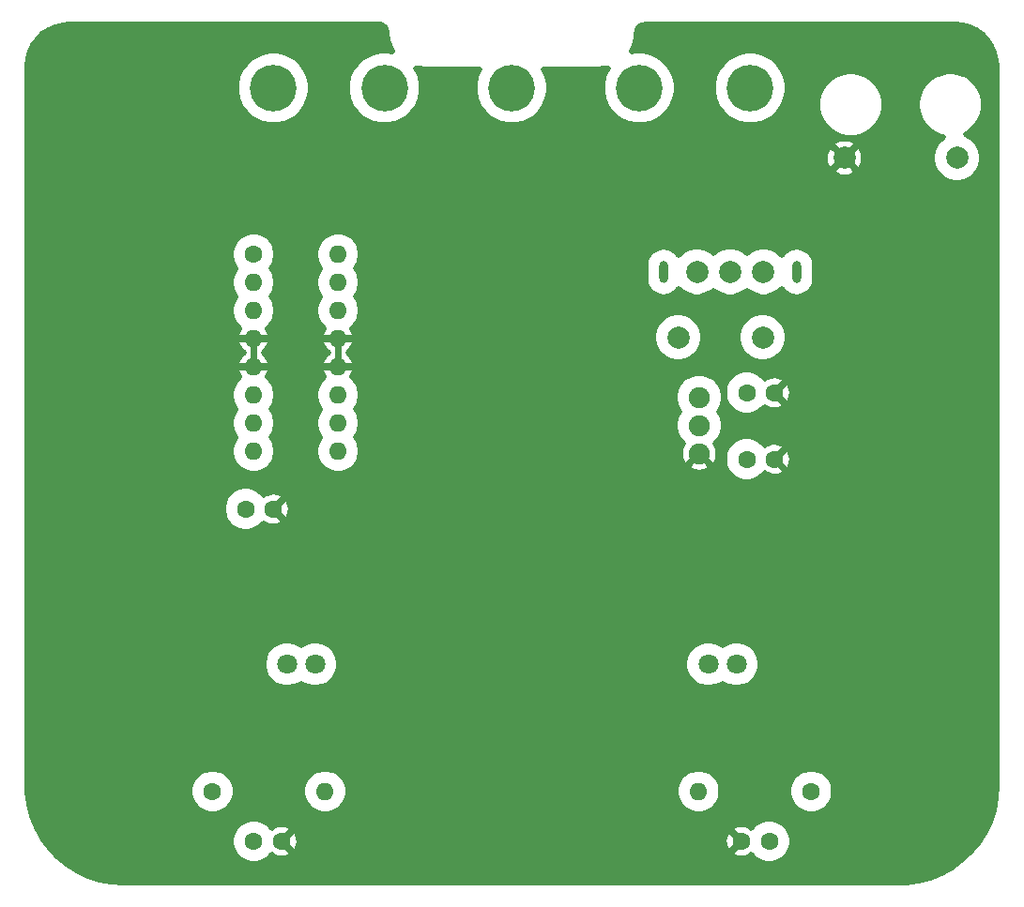
<source format=gbr>
%TF.GenerationSoftware,KiCad,Pcbnew,(5.1.9)-1*%
%TF.CreationDate,2021-03-30T00:22:34-03:00*%
%TF.ProjectId,bitmovel,6269746d-6f76-4656-9c2e-6b696361645f,rev?*%
%TF.SameCoordinates,Original*%
%TF.FileFunction,Copper,L1,Top*%
%TF.FilePolarity,Positive*%
%FSLAX46Y46*%
G04 Gerber Fmt 4.6, Leading zero omitted, Abs format (unit mm)*
G04 Created by KiCad (PCBNEW (5.1.9)-1) date 2021-03-30 00:22:34*
%MOMM*%
%LPD*%
G01*
G04 APERTURE LIST*
%TA.AperFunction,ComponentPad*%
%ADD10O,1.600000X1.600000*%
%TD*%
%TA.AperFunction,ComponentPad*%
%ADD11C,1.600000*%
%TD*%
%TA.AperFunction,ComponentPad*%
%ADD12C,1.905000*%
%TD*%
%TA.AperFunction,ComponentPad*%
%ADD13C,2.000000*%
%TD*%
%TA.AperFunction,ComponentPad*%
%ADD14C,4.200000*%
%TD*%
%TA.AperFunction,ComponentPad*%
%ADD15C,1.800000*%
%TD*%
%TA.AperFunction,Conductor*%
%ADD16C,0.500000*%
%TD*%
G04 APERTURE END LIST*
D10*
%TO.P,U2,16*%
%TO.N,/Vin*%
X134320000Y-65000000D03*
%TO.P,U2,8*%
X126700000Y-82780000D03*
%TO.P,U2,15*%
%TO.N,Net-(J2-Pad4)*%
X134320000Y-67540000D03*
%TO.P,U2,7*%
%TO.N,Net-(J2-Pad1)*%
X126700000Y-80240000D03*
%TO.P,U2,14*%
%TO.N,Net-(J4-Pad2)*%
X134320000Y-70080000D03*
%TO.P,U2,6*%
%TO.N,Net-(J3-Pad2)*%
X126700000Y-77700000D03*
%TO.P,U2,13*%
%TO.N,GND*%
X134320000Y-72620000D03*
%TO.P,U2,5*%
X126700000Y-75160000D03*
%TO.P,U2,12*%
X134320000Y-75160000D03*
%TO.P,U2,4*%
X126700000Y-72620000D03*
%TO.P,U2,11*%
%TO.N,Net-(J4-Pad1)*%
X134320000Y-77700000D03*
%TO.P,U2,3*%
%TO.N,Net-(J3-Pad1)*%
X126700000Y-70080000D03*
%TO.P,U2,10*%
%TO.N,Net-(J2-Pad5)*%
X134320000Y-80240000D03*
%TO.P,U2,2*%
%TO.N,Net-(J2-Pad2)*%
X126700000Y-67540000D03*
%TO.P,U2,9*%
%TO.N,Net-(J2-Pad6)*%
X134320000Y-82780000D03*
D11*
%TO.P,U2,1*%
%TO.N,Net-(J2-Pad3)*%
X126700000Y-65000000D03*
%TD*%
D12*
%TO.P,U1,3*%
%TO.N,/Vin*%
X166900000Y-77920000D03*
%TO.P,U1,2*%
%TO.N,/3.3V*%
X166900000Y-80460000D03*
%TO.P,U1,1*%
%TO.N,GND*%
X166900000Y-83000000D03*
%TD*%
D13*
%TO.P,SW1,1*%
%TO.N,Net-(J1-Pad2)*%
X172700000Y-66600000D03*
%TO.P,SW1,2*%
%TO.N,Net-(D3-Pad2)*%
X169700000Y-66600000D03*
%TO.P,SW1,3*%
%TO.N,N/C*%
X166700000Y-66600000D03*
%TO.P,SW1,*%
%TO.N,*%
%TA.AperFunction,WasherPad*%
G36*
G01*
X176100000Y-66000000D02*
X176100000Y-67200000D01*
G75*
G02*
X175700000Y-67600000I-400000J0D01*
G01*
X175700000Y-67600000D01*
G75*
G02*
X175300000Y-67200000I0J400000D01*
G01*
X175300000Y-66000000D01*
G75*
G02*
X175700000Y-65600000I400000J0D01*
G01*
X175700000Y-65600000D01*
G75*
G02*
X176100000Y-66000000I0J-400000D01*
G01*
G37*
%TD.AperFunction*%
%TA.AperFunction,WasherPad*%
G36*
G01*
X164100000Y-66000000D02*
X164100000Y-67200000D01*
G75*
G02*
X163700000Y-67600000I-400000J0D01*
G01*
X163700000Y-67600000D01*
G75*
G02*
X163300000Y-67200000I0J400000D01*
G01*
X163300000Y-66000000D01*
G75*
G02*
X163700000Y-65600000I400000J0D01*
G01*
X163700000Y-65600000D01*
G75*
G02*
X164100000Y-66000000I0J-400000D01*
G01*
G37*
%TD.AperFunction*%
%TD*%
D10*
%TO.P,R2,2*%
%TO.N,Net-(D2-Pad2)*%
X133160000Y-113500000D03*
D11*
%TO.P,R2,1*%
%TO.N,/Vin*%
X123000000Y-113500000D03*
%TD*%
D10*
%TO.P,R1,2*%
%TO.N,Net-(D1-Pad2)*%
X166840000Y-113500000D03*
D11*
%TO.P,R1,1*%
%TO.N,/Vin*%
X177000000Y-113500000D03*
%TD*%
D14*
%TO.P,J2,*%
%TO.N,*%
X150000000Y-50000000D03*
X161500000Y-50000000D03*
X171500000Y-50000000D03*
X138500000Y-50000000D03*
X128500000Y-50000000D03*
%TD*%
D13*
%TO.P,J1,2*%
%TO.N,Net-(J1-Pad2)*%
X190160000Y-56300000D03*
%TO.P,J1,1*%
%TO.N,GND*%
X180000000Y-56300000D03*
%TD*%
%TO.P,D3,1*%
%TO.N,/Vin*%
X165000000Y-72500000D03*
%TO.P,D3,2*%
%TO.N,Net-(D3-Pad2)*%
X172620000Y-72500000D03*
%TD*%
D11*
%TO.P,D2,2*%
%TO.N,Net-(D2-Pad2)*%
X126710000Y-118000000D03*
%TO.P,D2,1*%
%TO.N,GND*%
X129250000Y-118000000D03*
%TD*%
%TO.P,D1,2*%
%TO.N,Net-(D1-Pad2)*%
X173240000Y-118000000D03*
%TO.P,D1,1*%
%TO.N,GND*%
X170700000Y-118000000D03*
%TD*%
%TO.P,C3,2*%
%TO.N,GND*%
X128500000Y-88000000D03*
%TO.P,C3,1*%
%TO.N,/Vin*%
X126000000Y-88000000D03*
%TD*%
%TO.P,C2,2*%
%TO.N,GND*%
X173700000Y-83500000D03*
%TO.P,C2,1*%
%TO.N,/3.3V*%
X171200000Y-83500000D03*
%TD*%
%TO.P,C1,2*%
%TO.N,GND*%
X173700000Y-77500000D03*
%TO.P,C1,1*%
%TO.N,/Vin*%
X171200000Y-77500000D03*
%TD*%
D15*
%TO.P,REF\u002A\u002A,2*%
%TO.N,Net-(J4-Pad2)*%
X170270000Y-102000000D03*
%TO.P,REF\u002A\u002A,1*%
%TO.N,Net-(J4-Pad1)*%
X167730000Y-102000000D03*
%TD*%
%TO.P,REF\u002A\u002A,2*%
%TO.N,Net-(J3-Pad1)*%
X132270000Y-102000000D03*
%TO.P,REF\u002A\u002A,1*%
%TO.N,Net-(J3-Pad2)*%
X129730000Y-102000000D03*
%TD*%
D16*
%TO.N,GND*%
X138139632Y-44294806D02*
X138273946Y-44335357D01*
X138397822Y-44401223D01*
X138506553Y-44489902D01*
X138595984Y-44598005D01*
X138662714Y-44721419D01*
X138704203Y-44855449D01*
X138730465Y-45105316D01*
X138730296Y-45129520D01*
X138732034Y-45147238D01*
X138772835Y-45535430D01*
X138796069Y-45648620D01*
X138817724Y-45762141D01*
X138822869Y-45779179D01*
X138822870Y-45779185D01*
X138822872Y-45779191D01*
X138938294Y-46152058D01*
X138983081Y-46258603D01*
X139026364Y-46365732D01*
X139034720Y-46381447D01*
X139034722Y-46381452D01*
X139034725Y-46381456D01*
X139220373Y-46724806D01*
X139222597Y-46728103D01*
X138829946Y-46650000D01*
X138170054Y-46650000D01*
X137522841Y-46778739D01*
X136913180Y-47031269D01*
X136364500Y-47397885D01*
X135897885Y-47864500D01*
X135531269Y-48413180D01*
X135278739Y-49022841D01*
X135150000Y-49670054D01*
X135150000Y-50329946D01*
X135278739Y-50977159D01*
X135531269Y-51586820D01*
X135897885Y-52135500D01*
X136364500Y-52602115D01*
X136913180Y-52968731D01*
X137522841Y-53221261D01*
X138170054Y-53350000D01*
X138829946Y-53350000D01*
X139477159Y-53221261D01*
X140086820Y-52968731D01*
X140635500Y-52602115D01*
X141102115Y-52135500D01*
X141468731Y-51586820D01*
X141721261Y-50977159D01*
X141850000Y-50329946D01*
X141850000Y-49670054D01*
X141721261Y-49022841D01*
X141468731Y-48413180D01*
X141325504Y-48198825D01*
X141356353Y-48204934D01*
X141469407Y-48228964D01*
X141487112Y-48230825D01*
X141875581Y-48268915D01*
X141937364Y-48275000D01*
X147123598Y-48275000D01*
X147031269Y-48413180D01*
X146778739Y-49022841D01*
X146650000Y-49670054D01*
X146650000Y-50329946D01*
X146778739Y-50977159D01*
X147031269Y-51586820D01*
X147397885Y-52135500D01*
X147864500Y-52602115D01*
X148413180Y-52968731D01*
X149022841Y-53221261D01*
X149670054Y-53350000D01*
X150329946Y-53350000D01*
X150977159Y-53221261D01*
X151586820Y-52968731D01*
X152135500Y-52602115D01*
X152602115Y-52135500D01*
X152968731Y-51586820D01*
X153221261Y-50977159D01*
X153350000Y-50329946D01*
X153350000Y-49670054D01*
X153221261Y-49022841D01*
X152968731Y-48413180D01*
X152876402Y-48275000D01*
X158062636Y-48275000D01*
X158117276Y-48269618D01*
X158129520Y-48269704D01*
X158147238Y-48267966D01*
X158535430Y-48227165D01*
X158648620Y-48203931D01*
X158674366Y-48199019D01*
X158531269Y-48413180D01*
X158278739Y-49022841D01*
X158150000Y-49670054D01*
X158150000Y-50329946D01*
X158278739Y-50977159D01*
X158531269Y-51586820D01*
X158897885Y-52135500D01*
X159364500Y-52602115D01*
X159913180Y-52968731D01*
X160522841Y-53221261D01*
X161170054Y-53350000D01*
X161829946Y-53350000D01*
X162477159Y-53221261D01*
X163086820Y-52968731D01*
X163635500Y-52602115D01*
X164102115Y-52135500D01*
X164468731Y-51586820D01*
X164721261Y-50977159D01*
X164850000Y-50329946D01*
X164850000Y-49670054D01*
X168150000Y-49670054D01*
X168150000Y-50329946D01*
X168278739Y-50977159D01*
X168531269Y-51586820D01*
X168897885Y-52135500D01*
X169364500Y-52602115D01*
X169913180Y-52968731D01*
X170522841Y-53221261D01*
X171170054Y-53350000D01*
X171829946Y-53350000D01*
X172477159Y-53221261D01*
X173086820Y-52968731D01*
X173635500Y-52602115D01*
X174102115Y-52135500D01*
X174468731Y-51586820D01*
X174627082Y-51204526D01*
X177580000Y-51204526D01*
X177580000Y-51795474D01*
X177695288Y-52375068D01*
X177921434Y-52921033D01*
X178249748Y-53412389D01*
X178667611Y-53830252D01*
X179158967Y-54158566D01*
X179704932Y-54384712D01*
X180284526Y-54500000D01*
X180875474Y-54500000D01*
X181455068Y-54384712D01*
X182001033Y-54158566D01*
X182492389Y-53830252D01*
X182910252Y-53412389D01*
X183238566Y-52921033D01*
X183464712Y-52375068D01*
X183580000Y-51795474D01*
X183580000Y-51204526D01*
X186580000Y-51204526D01*
X186580000Y-51795474D01*
X186695288Y-52375068D01*
X186921434Y-52921033D01*
X187249748Y-53412389D01*
X187667611Y-53830252D01*
X188158967Y-54158566D01*
X188704932Y-54384712D01*
X188914231Y-54426344D01*
X188725708Y-54552311D01*
X188412311Y-54865708D01*
X188166076Y-55234225D01*
X187996466Y-55643699D01*
X187910000Y-56078394D01*
X187910000Y-56521606D01*
X187996466Y-56956301D01*
X188166076Y-57365775D01*
X188412311Y-57734292D01*
X188725708Y-58047689D01*
X189094225Y-58293924D01*
X189503699Y-58463534D01*
X189938394Y-58550000D01*
X190381606Y-58550000D01*
X190816301Y-58463534D01*
X191225775Y-58293924D01*
X191594292Y-58047689D01*
X191907689Y-57734292D01*
X192153924Y-57365775D01*
X192323534Y-56956301D01*
X192410000Y-56521606D01*
X192410000Y-56078394D01*
X192323534Y-55643699D01*
X192153924Y-55234225D01*
X191907689Y-54865708D01*
X191594292Y-54552311D01*
X191225775Y-54306076D01*
X190935344Y-54185775D01*
X191001033Y-54158566D01*
X191492389Y-53830252D01*
X191910252Y-53412389D01*
X192238566Y-52921033D01*
X192464712Y-52375068D01*
X192580000Y-51795474D01*
X192580000Y-51204526D01*
X192464712Y-50624932D01*
X192238566Y-50078967D01*
X191910252Y-49587611D01*
X191492389Y-49169748D01*
X191001033Y-48841434D01*
X190455068Y-48615288D01*
X189875474Y-48500000D01*
X189284526Y-48500000D01*
X188704932Y-48615288D01*
X188158967Y-48841434D01*
X187667611Y-49169748D01*
X187249748Y-49587611D01*
X186921434Y-50078967D01*
X186695288Y-50624932D01*
X186580000Y-51204526D01*
X183580000Y-51204526D01*
X183464712Y-50624932D01*
X183238566Y-50078967D01*
X182910252Y-49587611D01*
X182492389Y-49169748D01*
X182001033Y-48841434D01*
X181455068Y-48615288D01*
X180875474Y-48500000D01*
X180284526Y-48500000D01*
X179704932Y-48615288D01*
X179158967Y-48841434D01*
X178667611Y-49169748D01*
X178249748Y-49587611D01*
X177921434Y-50078967D01*
X177695288Y-50624932D01*
X177580000Y-51204526D01*
X174627082Y-51204526D01*
X174721261Y-50977159D01*
X174850000Y-50329946D01*
X174850000Y-49670054D01*
X174721261Y-49022841D01*
X174468731Y-48413180D01*
X174102115Y-47864500D01*
X173635500Y-47397885D01*
X173086820Y-47031269D01*
X172477159Y-46778739D01*
X171829946Y-46650000D01*
X171170054Y-46650000D01*
X170522841Y-46778739D01*
X169913180Y-47031269D01*
X169364500Y-47397885D01*
X168897885Y-47864500D01*
X168531269Y-48413180D01*
X168278739Y-49022841D01*
X168150000Y-49670054D01*
X164850000Y-49670054D01*
X164721261Y-49022841D01*
X164468731Y-48413180D01*
X164102115Y-47864500D01*
X163635500Y-47397885D01*
X163086820Y-47031269D01*
X162477159Y-46778739D01*
X161829946Y-46650000D01*
X161170054Y-46650000D01*
X160778421Y-46727901D01*
X160783132Y-46721021D01*
X160791599Y-46705361D01*
X160974849Y-46360719D01*
X161018884Y-46253883D01*
X161064411Y-46147662D01*
X161069675Y-46130656D01*
X161182492Y-45756984D01*
X161204934Y-45643647D01*
X161228964Y-45530593D01*
X161230825Y-45512888D01*
X161268915Y-45124419D01*
X161268915Y-45124417D01*
X161294806Y-44860368D01*
X161335357Y-44726054D01*
X161401223Y-44602178D01*
X161489902Y-44493447D01*
X161598005Y-44404016D01*
X161721419Y-44337286D01*
X161855449Y-44295797D01*
X162053320Y-44275000D01*
X189943222Y-44275000D01*
X190658740Y-44338858D01*
X191296667Y-44513376D01*
X191893601Y-44798099D01*
X192430678Y-45184028D01*
X192890932Y-45658972D01*
X193259802Y-46207910D01*
X193525634Y-46813493D01*
X193682381Y-47466387D01*
X193725000Y-48046752D01*
X193725001Y-112959917D01*
X193653700Y-114093218D01*
X193448447Y-115169190D01*
X193109956Y-116210958D01*
X192643567Y-117202086D01*
X192056635Y-118126944D01*
X191358412Y-118970949D01*
X190559917Y-119720786D01*
X189673737Y-120364633D01*
X188713845Y-120892338D01*
X187695394Y-121295571D01*
X186634430Y-121567981D01*
X185527764Y-121707785D01*
X184979966Y-121725000D01*
X115040067Y-121725000D01*
X113906782Y-121653700D01*
X112830810Y-121448447D01*
X111789042Y-121109956D01*
X110797914Y-120643567D01*
X109873056Y-120056635D01*
X109029051Y-119358412D01*
X108279214Y-118559917D01*
X107725717Y-117798093D01*
X124660000Y-117798093D01*
X124660000Y-118201907D01*
X124738780Y-118597963D01*
X124893314Y-118971039D01*
X125117661Y-119306799D01*
X125403201Y-119592339D01*
X125738961Y-119816686D01*
X126112037Y-119971220D01*
X126508093Y-120050000D01*
X126911907Y-120050000D01*
X127307963Y-119971220D01*
X127681039Y-119816686D01*
X128016799Y-119592339D01*
X128302339Y-119306799D01*
X128361168Y-119218755D01*
X128375447Y-119288783D01*
X128643681Y-119434637D01*
X128935214Y-119525358D01*
X129238845Y-119557460D01*
X129542905Y-119529710D01*
X129835708Y-119443174D01*
X130106003Y-119301178D01*
X130124553Y-119288783D01*
X130182735Y-119003446D01*
X129250000Y-118070711D01*
X129235858Y-118084853D01*
X129165147Y-118014142D01*
X129179289Y-118000000D01*
X129320711Y-118000000D01*
X130253446Y-118932735D01*
X130538783Y-118874553D01*
X130684637Y-118606319D01*
X130775358Y-118314786D01*
X130807460Y-118011155D01*
X130805424Y-117988845D01*
X169142540Y-117988845D01*
X169170290Y-118292905D01*
X169256826Y-118585708D01*
X169398822Y-118856003D01*
X169411217Y-118874553D01*
X169696554Y-118932735D01*
X170629289Y-118000000D01*
X169696554Y-117067265D01*
X169411217Y-117125447D01*
X169265363Y-117393681D01*
X169174642Y-117685214D01*
X169142540Y-117988845D01*
X130805424Y-117988845D01*
X130779710Y-117707095D01*
X130693174Y-117414292D01*
X130551178Y-117143997D01*
X130538783Y-117125447D01*
X130253446Y-117067265D01*
X129320711Y-118000000D01*
X129179289Y-118000000D01*
X129165147Y-117985858D01*
X129235858Y-117915147D01*
X129250000Y-117929289D01*
X130182735Y-116996554D01*
X169767265Y-116996554D01*
X170700000Y-117929289D01*
X170714142Y-117915147D01*
X170784853Y-117985858D01*
X170770711Y-118000000D01*
X170784853Y-118014142D01*
X170714142Y-118084853D01*
X170700000Y-118070711D01*
X169767265Y-119003446D01*
X169825447Y-119288783D01*
X170093681Y-119434637D01*
X170385214Y-119525358D01*
X170688845Y-119557460D01*
X170992905Y-119529710D01*
X171285708Y-119443174D01*
X171556003Y-119301178D01*
X171574553Y-119288783D01*
X171588832Y-119218755D01*
X171647661Y-119306799D01*
X171933201Y-119592339D01*
X172268961Y-119816686D01*
X172642037Y-119971220D01*
X173038093Y-120050000D01*
X173441907Y-120050000D01*
X173837963Y-119971220D01*
X174211039Y-119816686D01*
X174546799Y-119592339D01*
X174832339Y-119306799D01*
X175056686Y-118971039D01*
X175211220Y-118597963D01*
X175290000Y-118201907D01*
X175290000Y-117798093D01*
X175211220Y-117402037D01*
X175056686Y-117028961D01*
X174832339Y-116693201D01*
X174546799Y-116407661D01*
X174211039Y-116183314D01*
X173837963Y-116028780D01*
X173441907Y-115950000D01*
X173038093Y-115950000D01*
X172642037Y-116028780D01*
X172268961Y-116183314D01*
X171933201Y-116407661D01*
X171647661Y-116693201D01*
X171588832Y-116781245D01*
X171574553Y-116711217D01*
X171306319Y-116565363D01*
X171014786Y-116474642D01*
X170711155Y-116442540D01*
X170407095Y-116470290D01*
X170114292Y-116556826D01*
X169843997Y-116698822D01*
X169825447Y-116711217D01*
X169767265Y-116996554D01*
X130182735Y-116996554D01*
X130124553Y-116711217D01*
X129856319Y-116565363D01*
X129564786Y-116474642D01*
X129261155Y-116442540D01*
X128957095Y-116470290D01*
X128664292Y-116556826D01*
X128393997Y-116698822D01*
X128375447Y-116711217D01*
X128361168Y-116781245D01*
X128302339Y-116693201D01*
X128016799Y-116407661D01*
X127681039Y-116183314D01*
X127307963Y-116028780D01*
X126911907Y-115950000D01*
X126508093Y-115950000D01*
X126112037Y-116028780D01*
X125738961Y-116183314D01*
X125403201Y-116407661D01*
X125117661Y-116693201D01*
X124893314Y-117028961D01*
X124738780Y-117402037D01*
X124660000Y-117798093D01*
X107725717Y-117798093D01*
X107635367Y-117673737D01*
X107107662Y-116713845D01*
X106704429Y-115695394D01*
X106432019Y-114634430D01*
X106292215Y-113527764D01*
X106284998Y-113298093D01*
X120950000Y-113298093D01*
X120950000Y-113701907D01*
X121028780Y-114097963D01*
X121183314Y-114471039D01*
X121407661Y-114806799D01*
X121693201Y-115092339D01*
X122028961Y-115316686D01*
X122402037Y-115471220D01*
X122798093Y-115550000D01*
X123201907Y-115550000D01*
X123597963Y-115471220D01*
X123971039Y-115316686D01*
X124306799Y-115092339D01*
X124592339Y-114806799D01*
X124816686Y-114471039D01*
X124971220Y-114097963D01*
X125050000Y-113701907D01*
X125050000Y-113298093D01*
X131110000Y-113298093D01*
X131110000Y-113701907D01*
X131188780Y-114097963D01*
X131343314Y-114471039D01*
X131567661Y-114806799D01*
X131853201Y-115092339D01*
X132188961Y-115316686D01*
X132562037Y-115471220D01*
X132958093Y-115550000D01*
X133361907Y-115550000D01*
X133757963Y-115471220D01*
X134131039Y-115316686D01*
X134466799Y-115092339D01*
X134752339Y-114806799D01*
X134976686Y-114471039D01*
X135131220Y-114097963D01*
X135210000Y-113701907D01*
X135210000Y-113298093D01*
X164790000Y-113298093D01*
X164790000Y-113701907D01*
X164868780Y-114097963D01*
X165023314Y-114471039D01*
X165247661Y-114806799D01*
X165533201Y-115092339D01*
X165868961Y-115316686D01*
X166242037Y-115471220D01*
X166638093Y-115550000D01*
X167041907Y-115550000D01*
X167437963Y-115471220D01*
X167811039Y-115316686D01*
X168146799Y-115092339D01*
X168432339Y-114806799D01*
X168656686Y-114471039D01*
X168811220Y-114097963D01*
X168890000Y-113701907D01*
X168890000Y-113298093D01*
X174950000Y-113298093D01*
X174950000Y-113701907D01*
X175028780Y-114097963D01*
X175183314Y-114471039D01*
X175407661Y-114806799D01*
X175693201Y-115092339D01*
X176028961Y-115316686D01*
X176402037Y-115471220D01*
X176798093Y-115550000D01*
X177201907Y-115550000D01*
X177597963Y-115471220D01*
X177971039Y-115316686D01*
X178306799Y-115092339D01*
X178592339Y-114806799D01*
X178816686Y-114471039D01*
X178971220Y-114097963D01*
X179050000Y-113701907D01*
X179050000Y-113298093D01*
X178971220Y-112902037D01*
X178816686Y-112528961D01*
X178592339Y-112193201D01*
X178306799Y-111907661D01*
X177971039Y-111683314D01*
X177597963Y-111528780D01*
X177201907Y-111450000D01*
X176798093Y-111450000D01*
X176402037Y-111528780D01*
X176028961Y-111683314D01*
X175693201Y-111907661D01*
X175407661Y-112193201D01*
X175183314Y-112528961D01*
X175028780Y-112902037D01*
X174950000Y-113298093D01*
X168890000Y-113298093D01*
X168811220Y-112902037D01*
X168656686Y-112528961D01*
X168432339Y-112193201D01*
X168146799Y-111907661D01*
X167811039Y-111683314D01*
X167437963Y-111528780D01*
X167041907Y-111450000D01*
X166638093Y-111450000D01*
X166242037Y-111528780D01*
X165868961Y-111683314D01*
X165533201Y-111907661D01*
X165247661Y-112193201D01*
X165023314Y-112528961D01*
X164868780Y-112902037D01*
X164790000Y-113298093D01*
X135210000Y-113298093D01*
X135131220Y-112902037D01*
X134976686Y-112528961D01*
X134752339Y-112193201D01*
X134466799Y-111907661D01*
X134131039Y-111683314D01*
X133757963Y-111528780D01*
X133361907Y-111450000D01*
X132958093Y-111450000D01*
X132562037Y-111528780D01*
X132188961Y-111683314D01*
X131853201Y-111907661D01*
X131567661Y-112193201D01*
X131343314Y-112528961D01*
X131188780Y-112902037D01*
X131110000Y-113298093D01*
X125050000Y-113298093D01*
X124971220Y-112902037D01*
X124816686Y-112528961D01*
X124592339Y-112193201D01*
X124306799Y-111907661D01*
X123971039Y-111683314D01*
X123597963Y-111528780D01*
X123201907Y-111450000D01*
X122798093Y-111450000D01*
X122402037Y-111528780D01*
X122028961Y-111683314D01*
X121693201Y-111907661D01*
X121407661Y-112193201D01*
X121183314Y-112528961D01*
X121028780Y-112902037D01*
X120950000Y-113298093D01*
X106284998Y-113298093D01*
X106275000Y-112979966D01*
X106275000Y-101788243D01*
X127580000Y-101788243D01*
X127580000Y-102211757D01*
X127662623Y-102627132D01*
X127824695Y-103018407D01*
X128059986Y-103370545D01*
X128359455Y-103670014D01*
X128711593Y-103905305D01*
X129102868Y-104067377D01*
X129518243Y-104150000D01*
X129941757Y-104150000D01*
X130357132Y-104067377D01*
X130748407Y-103905305D01*
X131000000Y-103737196D01*
X131251593Y-103905305D01*
X131642868Y-104067377D01*
X132058243Y-104150000D01*
X132481757Y-104150000D01*
X132897132Y-104067377D01*
X133288407Y-103905305D01*
X133640545Y-103670014D01*
X133940014Y-103370545D01*
X134175305Y-103018407D01*
X134337377Y-102627132D01*
X134420000Y-102211757D01*
X134420000Y-101788243D01*
X165580000Y-101788243D01*
X165580000Y-102211757D01*
X165662623Y-102627132D01*
X165824695Y-103018407D01*
X166059986Y-103370545D01*
X166359455Y-103670014D01*
X166711593Y-103905305D01*
X167102868Y-104067377D01*
X167518243Y-104150000D01*
X167941757Y-104150000D01*
X168357132Y-104067377D01*
X168748407Y-103905305D01*
X169000000Y-103737196D01*
X169251593Y-103905305D01*
X169642868Y-104067377D01*
X170058243Y-104150000D01*
X170481757Y-104150000D01*
X170897132Y-104067377D01*
X171288407Y-103905305D01*
X171640545Y-103670014D01*
X171940014Y-103370545D01*
X172175305Y-103018407D01*
X172337377Y-102627132D01*
X172420000Y-102211757D01*
X172420000Y-101788243D01*
X172337377Y-101372868D01*
X172175305Y-100981593D01*
X171940014Y-100629455D01*
X171640545Y-100329986D01*
X171288407Y-100094695D01*
X170897132Y-99932623D01*
X170481757Y-99850000D01*
X170058243Y-99850000D01*
X169642868Y-99932623D01*
X169251593Y-100094695D01*
X169000000Y-100262804D01*
X168748407Y-100094695D01*
X168357132Y-99932623D01*
X167941757Y-99850000D01*
X167518243Y-99850000D01*
X167102868Y-99932623D01*
X166711593Y-100094695D01*
X166359455Y-100329986D01*
X166059986Y-100629455D01*
X165824695Y-100981593D01*
X165662623Y-101372868D01*
X165580000Y-101788243D01*
X134420000Y-101788243D01*
X134337377Y-101372868D01*
X134175305Y-100981593D01*
X133940014Y-100629455D01*
X133640545Y-100329986D01*
X133288407Y-100094695D01*
X132897132Y-99932623D01*
X132481757Y-99850000D01*
X132058243Y-99850000D01*
X131642868Y-99932623D01*
X131251593Y-100094695D01*
X131000000Y-100262804D01*
X130748407Y-100094695D01*
X130357132Y-99932623D01*
X129941757Y-99850000D01*
X129518243Y-99850000D01*
X129102868Y-99932623D01*
X128711593Y-100094695D01*
X128359455Y-100329986D01*
X128059986Y-100629455D01*
X127824695Y-100981593D01*
X127662623Y-101372868D01*
X127580000Y-101788243D01*
X106275000Y-101788243D01*
X106275000Y-87798093D01*
X123950000Y-87798093D01*
X123950000Y-88201907D01*
X124028780Y-88597963D01*
X124183314Y-88971039D01*
X124407661Y-89306799D01*
X124693201Y-89592339D01*
X125028961Y-89816686D01*
X125402037Y-89971220D01*
X125798093Y-90050000D01*
X126201907Y-90050000D01*
X126597963Y-89971220D01*
X126971039Y-89816686D01*
X127306799Y-89592339D01*
X127592339Y-89306799D01*
X127620520Y-89264622D01*
X127625447Y-89288783D01*
X127893681Y-89434637D01*
X128185214Y-89525358D01*
X128488845Y-89557460D01*
X128792905Y-89529710D01*
X129085708Y-89443174D01*
X129356003Y-89301178D01*
X129374553Y-89288783D01*
X129432735Y-89003446D01*
X128500000Y-88070711D01*
X128485858Y-88084853D01*
X128415147Y-88014142D01*
X128429289Y-88000000D01*
X128570711Y-88000000D01*
X129503446Y-88932735D01*
X129788783Y-88874553D01*
X129934637Y-88606319D01*
X130025358Y-88314786D01*
X130057460Y-88011155D01*
X130029710Y-87707095D01*
X129943174Y-87414292D01*
X129801178Y-87143997D01*
X129788783Y-87125447D01*
X129503446Y-87067265D01*
X128570711Y-88000000D01*
X128429289Y-88000000D01*
X128415147Y-87985858D01*
X128485858Y-87915147D01*
X128500000Y-87929289D01*
X129432735Y-86996554D01*
X129374553Y-86711217D01*
X129106319Y-86565363D01*
X128814786Y-86474642D01*
X128511155Y-86442540D01*
X128207095Y-86470290D01*
X127914292Y-86556826D01*
X127643997Y-86698822D01*
X127625447Y-86711217D01*
X127620520Y-86735378D01*
X127592339Y-86693201D01*
X127306799Y-86407661D01*
X126971039Y-86183314D01*
X126597963Y-86028780D01*
X126201907Y-85950000D01*
X125798093Y-85950000D01*
X125402037Y-86028780D01*
X125028961Y-86183314D01*
X124693201Y-86407661D01*
X124407661Y-86693201D01*
X124183314Y-87028961D01*
X124028780Y-87402037D01*
X123950000Y-87798093D01*
X106275000Y-87798093D01*
X106275000Y-77498093D01*
X124650000Y-77498093D01*
X124650000Y-77901907D01*
X124728780Y-78297963D01*
X124883314Y-78671039D01*
X125083073Y-78970000D01*
X124883314Y-79268961D01*
X124728780Y-79642037D01*
X124650000Y-80038093D01*
X124650000Y-80441907D01*
X124728780Y-80837963D01*
X124883314Y-81211039D01*
X125083073Y-81510000D01*
X124883314Y-81808961D01*
X124728780Y-82182037D01*
X124650000Y-82578093D01*
X124650000Y-82981907D01*
X124728780Y-83377963D01*
X124883314Y-83751039D01*
X125107661Y-84086799D01*
X125393201Y-84372339D01*
X125728961Y-84596686D01*
X126102037Y-84751220D01*
X126498093Y-84830000D01*
X126901907Y-84830000D01*
X127297963Y-84751220D01*
X127671039Y-84596686D01*
X128006799Y-84372339D01*
X128292339Y-84086799D01*
X128516686Y-83751039D01*
X128671220Y-83377963D01*
X128750000Y-82981907D01*
X128750000Y-82578093D01*
X128671220Y-82182037D01*
X128516686Y-81808961D01*
X128316927Y-81510000D01*
X128516686Y-81211039D01*
X128671220Y-80837963D01*
X128750000Y-80441907D01*
X128750000Y-80038093D01*
X128671220Y-79642037D01*
X128516686Y-79268961D01*
X128316927Y-78970000D01*
X128516686Y-78671039D01*
X128671220Y-78297963D01*
X128750000Y-77901907D01*
X128750000Y-77498093D01*
X132270000Y-77498093D01*
X132270000Y-77901907D01*
X132348780Y-78297963D01*
X132503314Y-78671039D01*
X132703073Y-78970000D01*
X132503314Y-79268961D01*
X132348780Y-79642037D01*
X132270000Y-80038093D01*
X132270000Y-80441907D01*
X132348780Y-80837963D01*
X132503314Y-81211039D01*
X132703073Y-81510000D01*
X132503314Y-81808961D01*
X132348780Y-82182037D01*
X132270000Y-82578093D01*
X132270000Y-82981907D01*
X132348780Y-83377963D01*
X132503314Y-83751039D01*
X132727661Y-84086799D01*
X133013201Y-84372339D01*
X133348961Y-84596686D01*
X133722037Y-84751220D01*
X134118093Y-84830000D01*
X134521907Y-84830000D01*
X134917963Y-84751220D01*
X135291039Y-84596686D01*
X135626799Y-84372339D01*
X135887271Y-84111867D01*
X165858844Y-84111867D01*
X165935334Y-84412813D01*
X166229496Y-84573864D01*
X166549425Y-84674432D01*
X166882826Y-84710652D01*
X167216888Y-84681132D01*
X167538772Y-84587008D01*
X167836108Y-84431895D01*
X167864666Y-84412813D01*
X167941156Y-84111867D01*
X166900000Y-83070711D01*
X165858844Y-84111867D01*
X135887271Y-84111867D01*
X135912339Y-84086799D01*
X136136686Y-83751039D01*
X136291220Y-83377963D01*
X136370000Y-82981907D01*
X136370000Y-82578093D01*
X136291220Y-82182037D01*
X136136686Y-81808961D01*
X135936927Y-81510000D01*
X136136686Y-81211039D01*
X136291220Y-80837963D01*
X136370000Y-80441907D01*
X136370000Y-80038093D01*
X136291220Y-79642037D01*
X136136686Y-79268961D01*
X135936927Y-78970000D01*
X136136686Y-78671039D01*
X136291220Y-78297963D01*
X136370000Y-77901907D01*
X136370000Y-77703073D01*
X164697500Y-77703073D01*
X164697500Y-78136927D01*
X164782141Y-78562446D01*
X164948170Y-78963275D01*
X165099663Y-79190000D01*
X164948170Y-79416725D01*
X164782141Y-79817554D01*
X164697500Y-80243073D01*
X164697500Y-80676927D01*
X164782141Y-81102446D01*
X164948170Y-81503275D01*
X165189207Y-81864012D01*
X165442376Y-82117181D01*
X165326136Y-82329496D01*
X165225568Y-82649425D01*
X165189348Y-82982826D01*
X165218868Y-83316888D01*
X165312992Y-83638772D01*
X165468105Y-83936108D01*
X165487187Y-83964666D01*
X165788133Y-84041156D01*
X166829289Y-83000000D01*
X166815147Y-82985858D01*
X166885858Y-82915147D01*
X166900000Y-82929289D01*
X166914142Y-82915147D01*
X166984853Y-82985858D01*
X166970711Y-83000000D01*
X168011867Y-84041156D01*
X168312813Y-83964666D01*
X168473864Y-83670504D01*
X168574432Y-83350575D01*
X168580133Y-83298093D01*
X169150000Y-83298093D01*
X169150000Y-83701907D01*
X169228780Y-84097963D01*
X169383314Y-84471039D01*
X169607661Y-84806799D01*
X169893201Y-85092339D01*
X170228961Y-85316686D01*
X170602037Y-85471220D01*
X170998093Y-85550000D01*
X171401907Y-85550000D01*
X171797963Y-85471220D01*
X172171039Y-85316686D01*
X172506799Y-85092339D01*
X172792339Y-84806799D01*
X172820520Y-84764622D01*
X172825447Y-84788783D01*
X173093681Y-84934637D01*
X173385214Y-85025358D01*
X173688845Y-85057460D01*
X173992905Y-85029710D01*
X174285708Y-84943174D01*
X174556003Y-84801178D01*
X174574553Y-84788783D01*
X174632735Y-84503446D01*
X173700000Y-83570711D01*
X173685858Y-83584853D01*
X173615147Y-83514142D01*
X173629289Y-83500000D01*
X173770711Y-83500000D01*
X174703446Y-84432735D01*
X174988783Y-84374553D01*
X175134637Y-84106319D01*
X175225358Y-83814786D01*
X175257460Y-83511155D01*
X175229710Y-83207095D01*
X175143174Y-82914292D01*
X175001178Y-82643997D01*
X174988783Y-82625447D01*
X174703446Y-82567265D01*
X173770711Y-83500000D01*
X173629289Y-83500000D01*
X173615147Y-83485858D01*
X173685858Y-83415147D01*
X173700000Y-83429289D01*
X174632735Y-82496554D01*
X174574553Y-82211217D01*
X174306319Y-82065363D01*
X174014786Y-81974642D01*
X173711155Y-81942540D01*
X173407095Y-81970290D01*
X173114292Y-82056826D01*
X172843997Y-82198822D01*
X172825447Y-82211217D01*
X172820520Y-82235378D01*
X172792339Y-82193201D01*
X172506799Y-81907661D01*
X172171039Y-81683314D01*
X171797963Y-81528780D01*
X171401907Y-81450000D01*
X170998093Y-81450000D01*
X170602037Y-81528780D01*
X170228961Y-81683314D01*
X169893201Y-81907661D01*
X169607661Y-82193201D01*
X169383314Y-82528961D01*
X169228780Y-82902037D01*
X169150000Y-83298093D01*
X168580133Y-83298093D01*
X168610652Y-83017174D01*
X168581132Y-82683112D01*
X168487008Y-82361228D01*
X168358985Y-82115820D01*
X168610793Y-81864012D01*
X168851830Y-81503275D01*
X169017859Y-81102446D01*
X169102500Y-80676927D01*
X169102500Y-80243073D01*
X169017859Y-79817554D01*
X168851830Y-79416725D01*
X168700337Y-79190000D01*
X168851830Y-78963275D01*
X169017859Y-78562446D01*
X169102500Y-78136927D01*
X169102500Y-77703073D01*
X169021945Y-77298093D01*
X169150000Y-77298093D01*
X169150000Y-77701907D01*
X169228780Y-78097963D01*
X169383314Y-78471039D01*
X169607661Y-78806799D01*
X169893201Y-79092339D01*
X170228961Y-79316686D01*
X170602037Y-79471220D01*
X170998093Y-79550000D01*
X171401907Y-79550000D01*
X171797963Y-79471220D01*
X172171039Y-79316686D01*
X172506799Y-79092339D01*
X172792339Y-78806799D01*
X172820520Y-78764622D01*
X172825447Y-78788783D01*
X173093681Y-78934637D01*
X173385214Y-79025358D01*
X173688845Y-79057460D01*
X173992905Y-79029710D01*
X174285708Y-78943174D01*
X174556003Y-78801178D01*
X174574553Y-78788783D01*
X174632735Y-78503446D01*
X173700000Y-77570711D01*
X173685858Y-77584853D01*
X173615147Y-77514142D01*
X173629289Y-77500000D01*
X173770711Y-77500000D01*
X174703446Y-78432735D01*
X174988783Y-78374553D01*
X175134637Y-78106319D01*
X175225358Y-77814786D01*
X175257460Y-77511155D01*
X175229710Y-77207095D01*
X175143174Y-76914292D01*
X175001178Y-76643997D01*
X174988783Y-76625447D01*
X174703446Y-76567265D01*
X173770711Y-77500000D01*
X173629289Y-77500000D01*
X173615147Y-77485858D01*
X173685858Y-77415147D01*
X173700000Y-77429289D01*
X174632735Y-76496554D01*
X174574553Y-76211217D01*
X174306319Y-76065363D01*
X174014786Y-75974642D01*
X173711155Y-75942540D01*
X173407095Y-75970290D01*
X173114292Y-76056826D01*
X172843997Y-76198822D01*
X172825447Y-76211217D01*
X172820520Y-76235378D01*
X172792339Y-76193201D01*
X172506799Y-75907661D01*
X172171039Y-75683314D01*
X171797963Y-75528780D01*
X171401907Y-75450000D01*
X170998093Y-75450000D01*
X170602037Y-75528780D01*
X170228961Y-75683314D01*
X169893201Y-75907661D01*
X169607661Y-76193201D01*
X169383314Y-76528961D01*
X169228780Y-76902037D01*
X169150000Y-77298093D01*
X169021945Y-77298093D01*
X169017859Y-77277554D01*
X168851830Y-76876725D01*
X168610793Y-76515988D01*
X168304012Y-76209207D01*
X167943275Y-75968170D01*
X167542446Y-75802141D01*
X167116927Y-75717500D01*
X166683073Y-75717500D01*
X166257554Y-75802141D01*
X165856725Y-75968170D01*
X165495988Y-76209207D01*
X165189207Y-76515988D01*
X164948170Y-76876725D01*
X164782141Y-77277554D01*
X164697500Y-77703073D01*
X136370000Y-77703073D01*
X136370000Y-77498093D01*
X136291220Y-77102037D01*
X136136686Y-76728961D01*
X135912339Y-76393201D01*
X135626799Y-76107661D01*
X135569857Y-76069614D01*
X135602715Y-76030143D01*
X135747824Y-75763178D01*
X135838063Y-75473033D01*
X135842298Y-75451732D01*
X135681582Y-75210000D01*
X134370000Y-75210000D01*
X134370000Y-75230000D01*
X134270000Y-75230000D01*
X134270000Y-75210000D01*
X132958418Y-75210000D01*
X132797702Y-75451732D01*
X132801937Y-75473033D01*
X132892176Y-75763178D01*
X133037285Y-76030143D01*
X133070143Y-76069614D01*
X133013201Y-76107661D01*
X132727661Y-76393201D01*
X132503314Y-76728961D01*
X132348780Y-77102037D01*
X132270000Y-77498093D01*
X128750000Y-77498093D01*
X128671220Y-77102037D01*
X128516686Y-76728961D01*
X128292339Y-76393201D01*
X128006799Y-76107661D01*
X127949857Y-76069614D01*
X127982715Y-76030143D01*
X128127824Y-75763178D01*
X128218063Y-75473033D01*
X128222298Y-75451732D01*
X128061582Y-75210000D01*
X126750000Y-75210000D01*
X126750000Y-75230000D01*
X126650000Y-75230000D01*
X126650000Y-75210000D01*
X125338418Y-75210000D01*
X125177702Y-75451732D01*
X125181937Y-75473033D01*
X125272176Y-75763178D01*
X125417285Y-76030143D01*
X125450143Y-76069614D01*
X125393201Y-76107661D01*
X125107661Y-76393201D01*
X124883314Y-76728961D01*
X124728780Y-77102037D01*
X124650000Y-77498093D01*
X106275000Y-77498093D01*
X106275000Y-72911732D01*
X125177702Y-72911732D01*
X125181937Y-72933033D01*
X125272176Y-73223178D01*
X125417285Y-73490143D01*
X125611689Y-73723669D01*
X125817285Y-73890000D01*
X125611689Y-74056331D01*
X125417285Y-74289857D01*
X125272176Y-74556822D01*
X125181937Y-74846967D01*
X125177702Y-74868268D01*
X125338418Y-75110000D01*
X126650000Y-75110000D01*
X126650000Y-72670000D01*
X126750000Y-72670000D01*
X126750000Y-75110000D01*
X128061582Y-75110000D01*
X128222298Y-74868268D01*
X128218063Y-74846967D01*
X128127824Y-74556822D01*
X127982715Y-74289857D01*
X127788311Y-74056331D01*
X127582715Y-73890000D01*
X127788311Y-73723669D01*
X127982715Y-73490143D01*
X128127824Y-73223178D01*
X128218063Y-72933033D01*
X128222298Y-72911732D01*
X132797702Y-72911732D01*
X132801937Y-72933033D01*
X132892176Y-73223178D01*
X133037285Y-73490143D01*
X133231689Y-73723669D01*
X133437285Y-73890000D01*
X133231689Y-74056331D01*
X133037285Y-74289857D01*
X132892176Y-74556822D01*
X132801937Y-74846967D01*
X132797702Y-74868268D01*
X132958418Y-75110000D01*
X134270000Y-75110000D01*
X134270000Y-72670000D01*
X134370000Y-72670000D01*
X134370000Y-75110000D01*
X135681582Y-75110000D01*
X135842298Y-74868268D01*
X135838063Y-74846967D01*
X135747824Y-74556822D01*
X135602715Y-74289857D01*
X135408311Y-74056331D01*
X135202715Y-73890000D01*
X135408311Y-73723669D01*
X135602715Y-73490143D01*
X135747824Y-73223178D01*
X135838063Y-72933033D01*
X135842298Y-72911732D01*
X135681582Y-72670000D01*
X134370000Y-72670000D01*
X134270000Y-72670000D01*
X132958418Y-72670000D01*
X132797702Y-72911732D01*
X128222298Y-72911732D01*
X128061582Y-72670000D01*
X126750000Y-72670000D01*
X126650000Y-72670000D01*
X125338418Y-72670000D01*
X125177702Y-72911732D01*
X106275000Y-72911732D01*
X106275000Y-64798093D01*
X124650000Y-64798093D01*
X124650000Y-65201907D01*
X124728780Y-65597963D01*
X124883314Y-65971039D01*
X125083073Y-66270000D01*
X124883314Y-66568961D01*
X124728780Y-66942037D01*
X124650000Y-67338093D01*
X124650000Y-67741907D01*
X124728780Y-68137963D01*
X124883314Y-68511039D01*
X125083073Y-68810000D01*
X124883314Y-69108961D01*
X124728780Y-69482037D01*
X124650000Y-69878093D01*
X124650000Y-70281907D01*
X124728780Y-70677963D01*
X124883314Y-71051039D01*
X125107661Y-71386799D01*
X125393201Y-71672339D01*
X125450143Y-71710386D01*
X125417285Y-71749857D01*
X125272176Y-72016822D01*
X125181937Y-72306967D01*
X125177702Y-72328268D01*
X125338418Y-72570000D01*
X126650000Y-72570000D01*
X126650000Y-72550000D01*
X126750000Y-72550000D01*
X126750000Y-72570000D01*
X128061582Y-72570000D01*
X128222298Y-72328268D01*
X128218063Y-72306967D01*
X128127824Y-72016822D01*
X127982715Y-71749857D01*
X127949857Y-71710386D01*
X128006799Y-71672339D01*
X128292339Y-71386799D01*
X128516686Y-71051039D01*
X128671220Y-70677963D01*
X128750000Y-70281907D01*
X128750000Y-69878093D01*
X128671220Y-69482037D01*
X128516686Y-69108961D01*
X128316927Y-68810000D01*
X128516686Y-68511039D01*
X128671220Y-68137963D01*
X128750000Y-67741907D01*
X128750000Y-67338093D01*
X128671220Y-66942037D01*
X128516686Y-66568961D01*
X128316927Y-66270000D01*
X128516686Y-65971039D01*
X128671220Y-65597963D01*
X128750000Y-65201907D01*
X128750000Y-64798093D01*
X132270000Y-64798093D01*
X132270000Y-65201907D01*
X132348780Y-65597963D01*
X132503314Y-65971039D01*
X132703073Y-66270000D01*
X132503314Y-66568961D01*
X132348780Y-66942037D01*
X132270000Y-67338093D01*
X132270000Y-67741907D01*
X132348780Y-68137963D01*
X132503314Y-68511039D01*
X132703073Y-68810000D01*
X132503314Y-69108961D01*
X132348780Y-69482037D01*
X132270000Y-69878093D01*
X132270000Y-70281907D01*
X132348780Y-70677963D01*
X132503314Y-71051039D01*
X132727661Y-71386799D01*
X133013201Y-71672339D01*
X133070143Y-71710386D01*
X133037285Y-71749857D01*
X132892176Y-72016822D01*
X132801937Y-72306967D01*
X132797702Y-72328268D01*
X132958418Y-72570000D01*
X134270000Y-72570000D01*
X134270000Y-72550000D01*
X134370000Y-72550000D01*
X134370000Y-72570000D01*
X135681582Y-72570000D01*
X135842298Y-72328268D01*
X135838063Y-72306967D01*
X135829177Y-72278394D01*
X162750000Y-72278394D01*
X162750000Y-72721606D01*
X162836466Y-73156301D01*
X163006076Y-73565775D01*
X163252311Y-73934292D01*
X163565708Y-74247689D01*
X163934225Y-74493924D01*
X164343699Y-74663534D01*
X164778394Y-74750000D01*
X165221606Y-74750000D01*
X165656301Y-74663534D01*
X166065775Y-74493924D01*
X166434292Y-74247689D01*
X166747689Y-73934292D01*
X166993924Y-73565775D01*
X167163534Y-73156301D01*
X167250000Y-72721606D01*
X167250000Y-72278394D01*
X170370000Y-72278394D01*
X170370000Y-72721606D01*
X170456466Y-73156301D01*
X170626076Y-73565775D01*
X170872311Y-73934292D01*
X171185708Y-74247689D01*
X171554225Y-74493924D01*
X171963699Y-74663534D01*
X172398394Y-74750000D01*
X172841606Y-74750000D01*
X173276301Y-74663534D01*
X173685775Y-74493924D01*
X174054292Y-74247689D01*
X174367689Y-73934292D01*
X174613924Y-73565775D01*
X174783534Y-73156301D01*
X174870000Y-72721606D01*
X174870000Y-72278394D01*
X174783534Y-71843699D01*
X174613924Y-71434225D01*
X174367689Y-71065708D01*
X174054292Y-70752311D01*
X173685775Y-70506076D01*
X173276301Y-70336466D01*
X172841606Y-70250000D01*
X172398394Y-70250000D01*
X171963699Y-70336466D01*
X171554225Y-70506076D01*
X171185708Y-70752311D01*
X170872311Y-71065708D01*
X170626076Y-71434225D01*
X170456466Y-71843699D01*
X170370000Y-72278394D01*
X167250000Y-72278394D01*
X167163534Y-71843699D01*
X166993924Y-71434225D01*
X166747689Y-71065708D01*
X166434292Y-70752311D01*
X166065775Y-70506076D01*
X165656301Y-70336466D01*
X165221606Y-70250000D01*
X164778394Y-70250000D01*
X164343699Y-70336466D01*
X163934225Y-70506076D01*
X163565708Y-70752311D01*
X163252311Y-71065708D01*
X163006076Y-71434225D01*
X162836466Y-71843699D01*
X162750000Y-72278394D01*
X135829177Y-72278394D01*
X135747824Y-72016822D01*
X135602715Y-71749857D01*
X135569857Y-71710386D01*
X135626799Y-71672339D01*
X135912339Y-71386799D01*
X136136686Y-71051039D01*
X136291220Y-70677963D01*
X136370000Y-70281907D01*
X136370000Y-69878093D01*
X136291220Y-69482037D01*
X136136686Y-69108961D01*
X135936927Y-68810000D01*
X136136686Y-68511039D01*
X136291220Y-68137963D01*
X136370000Y-67741907D01*
X136370000Y-67338093D01*
X136291220Y-66942037D01*
X136136686Y-66568961D01*
X135936927Y-66270000D01*
X136117334Y-66000000D01*
X162043951Y-66000000D01*
X162043951Y-67200000D01*
X162075771Y-67523079D01*
X162170010Y-67833742D01*
X162323045Y-68120051D01*
X162528996Y-68371003D01*
X162779948Y-68576954D01*
X163066257Y-68729989D01*
X163376920Y-68824228D01*
X163699999Y-68856048D01*
X163700001Y-68856048D01*
X164023080Y-68824228D01*
X164333743Y-68729989D01*
X164620052Y-68576954D01*
X164871004Y-68371003D01*
X165059427Y-68141408D01*
X165265708Y-68347689D01*
X165634225Y-68593924D01*
X166043699Y-68763534D01*
X166478394Y-68850000D01*
X166921606Y-68850000D01*
X167356301Y-68763534D01*
X167765775Y-68593924D01*
X168134292Y-68347689D01*
X168200000Y-68281981D01*
X168265708Y-68347689D01*
X168634225Y-68593924D01*
X169043699Y-68763534D01*
X169478394Y-68850000D01*
X169921606Y-68850000D01*
X170356301Y-68763534D01*
X170765775Y-68593924D01*
X171134292Y-68347689D01*
X171200000Y-68281981D01*
X171265708Y-68347689D01*
X171634225Y-68593924D01*
X172043699Y-68763534D01*
X172478394Y-68850000D01*
X172921606Y-68850000D01*
X173356301Y-68763534D01*
X173765775Y-68593924D01*
X174134292Y-68347689D01*
X174340573Y-68141408D01*
X174528996Y-68371003D01*
X174779948Y-68576954D01*
X175066257Y-68729989D01*
X175376920Y-68824228D01*
X175699999Y-68856048D01*
X175700001Y-68856048D01*
X176023080Y-68824228D01*
X176333743Y-68729989D01*
X176620052Y-68576954D01*
X176871004Y-68371003D01*
X177076955Y-68120051D01*
X177229990Y-67833742D01*
X177324229Y-67523079D01*
X177356049Y-67200000D01*
X177356049Y-66000000D01*
X177324229Y-65676921D01*
X177229990Y-65366258D01*
X177076955Y-65079949D01*
X176871004Y-64828997D01*
X176620052Y-64623046D01*
X176333743Y-64470011D01*
X176023080Y-64375772D01*
X175700001Y-64343952D01*
X175699999Y-64343952D01*
X175376920Y-64375772D01*
X175066257Y-64470011D01*
X174779948Y-64623046D01*
X174528996Y-64828997D01*
X174340573Y-65058592D01*
X174134292Y-64852311D01*
X173765775Y-64606076D01*
X173356301Y-64436466D01*
X172921606Y-64350000D01*
X172478394Y-64350000D01*
X172043699Y-64436466D01*
X171634225Y-64606076D01*
X171265708Y-64852311D01*
X171200000Y-64918019D01*
X171134292Y-64852311D01*
X170765775Y-64606076D01*
X170356301Y-64436466D01*
X169921606Y-64350000D01*
X169478394Y-64350000D01*
X169043699Y-64436466D01*
X168634225Y-64606076D01*
X168265708Y-64852311D01*
X168200000Y-64918019D01*
X168134292Y-64852311D01*
X167765775Y-64606076D01*
X167356301Y-64436466D01*
X166921606Y-64350000D01*
X166478394Y-64350000D01*
X166043699Y-64436466D01*
X165634225Y-64606076D01*
X165265708Y-64852311D01*
X165059427Y-65058592D01*
X164871004Y-64828997D01*
X164620052Y-64623046D01*
X164333743Y-64470011D01*
X164023080Y-64375772D01*
X163700001Y-64343952D01*
X163699999Y-64343952D01*
X163376920Y-64375772D01*
X163066257Y-64470011D01*
X162779948Y-64623046D01*
X162528996Y-64828997D01*
X162323045Y-65079949D01*
X162170010Y-65366258D01*
X162075771Y-65676921D01*
X162043951Y-66000000D01*
X136117334Y-66000000D01*
X136136686Y-65971039D01*
X136291220Y-65597963D01*
X136370000Y-65201907D01*
X136370000Y-64798093D01*
X136291220Y-64402037D01*
X136136686Y-64028961D01*
X135912339Y-63693201D01*
X135626799Y-63407661D01*
X135291039Y-63183314D01*
X134917963Y-63028780D01*
X134521907Y-62950000D01*
X134118093Y-62950000D01*
X133722037Y-63028780D01*
X133348961Y-63183314D01*
X133013201Y-63407661D01*
X132727661Y-63693201D01*
X132503314Y-64028961D01*
X132348780Y-64402037D01*
X132270000Y-64798093D01*
X128750000Y-64798093D01*
X128671220Y-64402037D01*
X128516686Y-64028961D01*
X128292339Y-63693201D01*
X128006799Y-63407661D01*
X127671039Y-63183314D01*
X127297963Y-63028780D01*
X126901907Y-62950000D01*
X126498093Y-62950000D01*
X126102037Y-63028780D01*
X125728961Y-63183314D01*
X125393201Y-63407661D01*
X125107661Y-63693201D01*
X124883314Y-64028961D01*
X124728780Y-64402037D01*
X124650000Y-64798093D01*
X106275000Y-64798093D01*
X106275000Y-57445635D01*
X178925076Y-57445635D01*
X179007267Y-57751444D01*
X179309505Y-57917227D01*
X179638278Y-58020862D01*
X179980952Y-58058364D01*
X180324358Y-58028293D01*
X180655299Y-57931805D01*
X180961057Y-57772608D01*
X180992733Y-57751444D01*
X181074924Y-57445635D01*
X180000000Y-56370711D01*
X178925076Y-57445635D01*
X106275000Y-57445635D01*
X106275000Y-56280952D01*
X178241636Y-56280952D01*
X178271707Y-56624358D01*
X178368195Y-56955299D01*
X178527392Y-57261057D01*
X178548556Y-57292733D01*
X178854365Y-57374924D01*
X179929289Y-56300000D01*
X180070711Y-56300000D01*
X181145635Y-57374924D01*
X181451444Y-57292733D01*
X181617227Y-56990495D01*
X181720862Y-56661722D01*
X181758364Y-56319048D01*
X181728293Y-55975642D01*
X181631805Y-55644701D01*
X181472608Y-55338943D01*
X181451444Y-55307267D01*
X181145635Y-55225076D01*
X180070711Y-56300000D01*
X179929289Y-56300000D01*
X178854365Y-55225076D01*
X178548556Y-55307267D01*
X178382773Y-55609505D01*
X178279138Y-55938278D01*
X178241636Y-56280952D01*
X106275000Y-56280952D01*
X106275000Y-55154365D01*
X178925076Y-55154365D01*
X180000000Y-56229289D01*
X181074924Y-55154365D01*
X180992733Y-54848556D01*
X180690495Y-54682773D01*
X180361722Y-54579138D01*
X180019048Y-54541636D01*
X179675642Y-54571707D01*
X179344701Y-54668195D01*
X179038943Y-54827392D01*
X179007267Y-54848556D01*
X178925076Y-55154365D01*
X106275000Y-55154365D01*
X106275000Y-49670054D01*
X125150000Y-49670054D01*
X125150000Y-50329946D01*
X125278739Y-50977159D01*
X125531269Y-51586820D01*
X125897885Y-52135500D01*
X126364500Y-52602115D01*
X126913180Y-52968731D01*
X127522841Y-53221261D01*
X128170054Y-53350000D01*
X128829946Y-53350000D01*
X129477159Y-53221261D01*
X130086820Y-52968731D01*
X130635500Y-52602115D01*
X131102115Y-52135500D01*
X131468731Y-51586820D01*
X131721261Y-50977159D01*
X131850000Y-50329946D01*
X131850000Y-49670054D01*
X131721261Y-49022841D01*
X131468731Y-48413180D01*
X131102115Y-47864500D01*
X130635500Y-47397885D01*
X130086820Y-47031269D01*
X129477159Y-46778739D01*
X128829946Y-46650000D01*
X128170054Y-46650000D01*
X127522841Y-46778739D01*
X126913180Y-47031269D01*
X126364500Y-47397885D01*
X125897885Y-47864500D01*
X125531269Y-48413180D01*
X125278739Y-49022841D01*
X125150000Y-49670054D01*
X106275000Y-49670054D01*
X106275000Y-48056778D01*
X106338858Y-47341260D01*
X106513376Y-46703333D01*
X106798099Y-46106399D01*
X107184028Y-45569322D01*
X107658972Y-45109068D01*
X108207910Y-44740198D01*
X108813493Y-44474366D01*
X109466387Y-44317619D01*
X110046752Y-44275000D01*
X137937640Y-44275000D01*
X138139632Y-44294806D01*
%TA.AperFunction,Conductor*%
G36*
X138139632Y-44294806D02*
G01*
X138273946Y-44335357D01*
X138397822Y-44401223D01*
X138506553Y-44489902D01*
X138595984Y-44598005D01*
X138662714Y-44721419D01*
X138704203Y-44855449D01*
X138730465Y-45105316D01*
X138730296Y-45129520D01*
X138732034Y-45147238D01*
X138772835Y-45535430D01*
X138796069Y-45648620D01*
X138817724Y-45762141D01*
X138822869Y-45779179D01*
X138822870Y-45779185D01*
X138822872Y-45779191D01*
X138938294Y-46152058D01*
X138983081Y-46258603D01*
X139026364Y-46365732D01*
X139034720Y-46381447D01*
X139034722Y-46381452D01*
X139034725Y-46381456D01*
X139220373Y-46724806D01*
X139222597Y-46728103D01*
X138829946Y-46650000D01*
X138170054Y-46650000D01*
X137522841Y-46778739D01*
X136913180Y-47031269D01*
X136364500Y-47397885D01*
X135897885Y-47864500D01*
X135531269Y-48413180D01*
X135278739Y-49022841D01*
X135150000Y-49670054D01*
X135150000Y-50329946D01*
X135278739Y-50977159D01*
X135531269Y-51586820D01*
X135897885Y-52135500D01*
X136364500Y-52602115D01*
X136913180Y-52968731D01*
X137522841Y-53221261D01*
X138170054Y-53350000D01*
X138829946Y-53350000D01*
X139477159Y-53221261D01*
X140086820Y-52968731D01*
X140635500Y-52602115D01*
X141102115Y-52135500D01*
X141468731Y-51586820D01*
X141721261Y-50977159D01*
X141850000Y-50329946D01*
X141850000Y-49670054D01*
X141721261Y-49022841D01*
X141468731Y-48413180D01*
X141325504Y-48198825D01*
X141356353Y-48204934D01*
X141469407Y-48228964D01*
X141487112Y-48230825D01*
X141875581Y-48268915D01*
X141937364Y-48275000D01*
X147123598Y-48275000D01*
X147031269Y-48413180D01*
X146778739Y-49022841D01*
X146650000Y-49670054D01*
X146650000Y-50329946D01*
X146778739Y-50977159D01*
X147031269Y-51586820D01*
X147397885Y-52135500D01*
X147864500Y-52602115D01*
X148413180Y-52968731D01*
X149022841Y-53221261D01*
X149670054Y-53350000D01*
X150329946Y-53350000D01*
X150977159Y-53221261D01*
X151586820Y-52968731D01*
X152135500Y-52602115D01*
X152602115Y-52135500D01*
X152968731Y-51586820D01*
X153221261Y-50977159D01*
X153350000Y-50329946D01*
X153350000Y-49670054D01*
X153221261Y-49022841D01*
X152968731Y-48413180D01*
X152876402Y-48275000D01*
X158062636Y-48275000D01*
X158117276Y-48269618D01*
X158129520Y-48269704D01*
X158147238Y-48267966D01*
X158535430Y-48227165D01*
X158648620Y-48203931D01*
X158674366Y-48199019D01*
X158531269Y-48413180D01*
X158278739Y-49022841D01*
X158150000Y-49670054D01*
X158150000Y-50329946D01*
X158278739Y-50977159D01*
X158531269Y-51586820D01*
X158897885Y-52135500D01*
X159364500Y-52602115D01*
X159913180Y-52968731D01*
X160522841Y-53221261D01*
X161170054Y-53350000D01*
X161829946Y-53350000D01*
X162477159Y-53221261D01*
X163086820Y-52968731D01*
X163635500Y-52602115D01*
X164102115Y-52135500D01*
X164468731Y-51586820D01*
X164721261Y-50977159D01*
X164850000Y-50329946D01*
X164850000Y-49670054D01*
X168150000Y-49670054D01*
X168150000Y-50329946D01*
X168278739Y-50977159D01*
X168531269Y-51586820D01*
X168897885Y-52135500D01*
X169364500Y-52602115D01*
X169913180Y-52968731D01*
X170522841Y-53221261D01*
X171170054Y-53350000D01*
X171829946Y-53350000D01*
X172477159Y-53221261D01*
X173086820Y-52968731D01*
X173635500Y-52602115D01*
X174102115Y-52135500D01*
X174468731Y-51586820D01*
X174627082Y-51204526D01*
X177580000Y-51204526D01*
X177580000Y-51795474D01*
X177695288Y-52375068D01*
X177921434Y-52921033D01*
X178249748Y-53412389D01*
X178667611Y-53830252D01*
X179158967Y-54158566D01*
X179704932Y-54384712D01*
X180284526Y-54500000D01*
X180875474Y-54500000D01*
X181455068Y-54384712D01*
X182001033Y-54158566D01*
X182492389Y-53830252D01*
X182910252Y-53412389D01*
X183238566Y-52921033D01*
X183464712Y-52375068D01*
X183580000Y-51795474D01*
X183580000Y-51204526D01*
X186580000Y-51204526D01*
X186580000Y-51795474D01*
X186695288Y-52375068D01*
X186921434Y-52921033D01*
X187249748Y-53412389D01*
X187667611Y-53830252D01*
X188158967Y-54158566D01*
X188704932Y-54384712D01*
X188914231Y-54426344D01*
X188725708Y-54552311D01*
X188412311Y-54865708D01*
X188166076Y-55234225D01*
X187996466Y-55643699D01*
X187910000Y-56078394D01*
X187910000Y-56521606D01*
X187996466Y-56956301D01*
X188166076Y-57365775D01*
X188412311Y-57734292D01*
X188725708Y-58047689D01*
X189094225Y-58293924D01*
X189503699Y-58463534D01*
X189938394Y-58550000D01*
X190381606Y-58550000D01*
X190816301Y-58463534D01*
X191225775Y-58293924D01*
X191594292Y-58047689D01*
X191907689Y-57734292D01*
X192153924Y-57365775D01*
X192323534Y-56956301D01*
X192410000Y-56521606D01*
X192410000Y-56078394D01*
X192323534Y-55643699D01*
X192153924Y-55234225D01*
X191907689Y-54865708D01*
X191594292Y-54552311D01*
X191225775Y-54306076D01*
X190935344Y-54185775D01*
X191001033Y-54158566D01*
X191492389Y-53830252D01*
X191910252Y-53412389D01*
X192238566Y-52921033D01*
X192464712Y-52375068D01*
X192580000Y-51795474D01*
X192580000Y-51204526D01*
X192464712Y-50624932D01*
X192238566Y-50078967D01*
X191910252Y-49587611D01*
X191492389Y-49169748D01*
X191001033Y-48841434D01*
X190455068Y-48615288D01*
X189875474Y-48500000D01*
X189284526Y-48500000D01*
X188704932Y-48615288D01*
X188158967Y-48841434D01*
X187667611Y-49169748D01*
X187249748Y-49587611D01*
X186921434Y-50078967D01*
X186695288Y-50624932D01*
X186580000Y-51204526D01*
X183580000Y-51204526D01*
X183464712Y-50624932D01*
X183238566Y-50078967D01*
X182910252Y-49587611D01*
X182492389Y-49169748D01*
X182001033Y-48841434D01*
X181455068Y-48615288D01*
X180875474Y-48500000D01*
X180284526Y-48500000D01*
X179704932Y-48615288D01*
X179158967Y-48841434D01*
X178667611Y-49169748D01*
X178249748Y-49587611D01*
X177921434Y-50078967D01*
X177695288Y-50624932D01*
X177580000Y-51204526D01*
X174627082Y-51204526D01*
X174721261Y-50977159D01*
X174850000Y-50329946D01*
X174850000Y-49670054D01*
X174721261Y-49022841D01*
X174468731Y-48413180D01*
X174102115Y-47864500D01*
X173635500Y-47397885D01*
X173086820Y-47031269D01*
X172477159Y-46778739D01*
X171829946Y-46650000D01*
X171170054Y-46650000D01*
X170522841Y-46778739D01*
X169913180Y-47031269D01*
X169364500Y-47397885D01*
X168897885Y-47864500D01*
X168531269Y-48413180D01*
X168278739Y-49022841D01*
X168150000Y-49670054D01*
X164850000Y-49670054D01*
X164721261Y-49022841D01*
X164468731Y-48413180D01*
X164102115Y-47864500D01*
X163635500Y-47397885D01*
X163086820Y-47031269D01*
X162477159Y-46778739D01*
X161829946Y-46650000D01*
X161170054Y-46650000D01*
X160778421Y-46727901D01*
X160783132Y-46721021D01*
X160791599Y-46705361D01*
X160974849Y-46360719D01*
X161018884Y-46253883D01*
X161064411Y-46147662D01*
X161069675Y-46130656D01*
X161182492Y-45756984D01*
X161204934Y-45643647D01*
X161228964Y-45530593D01*
X161230825Y-45512888D01*
X161268915Y-45124419D01*
X161268915Y-45124417D01*
X161294806Y-44860368D01*
X161335357Y-44726054D01*
X161401223Y-44602178D01*
X161489902Y-44493447D01*
X161598005Y-44404016D01*
X161721419Y-44337286D01*
X161855449Y-44295797D01*
X162053320Y-44275000D01*
X189943222Y-44275000D01*
X190658740Y-44338858D01*
X191296667Y-44513376D01*
X191893601Y-44798099D01*
X192430678Y-45184028D01*
X192890932Y-45658972D01*
X193259802Y-46207910D01*
X193525634Y-46813493D01*
X193682381Y-47466387D01*
X193725000Y-48046752D01*
X193725001Y-112959917D01*
X193653700Y-114093218D01*
X193448447Y-115169190D01*
X193109956Y-116210958D01*
X192643567Y-117202086D01*
X192056635Y-118126944D01*
X191358412Y-118970949D01*
X190559917Y-119720786D01*
X189673737Y-120364633D01*
X188713845Y-120892338D01*
X187695394Y-121295571D01*
X186634430Y-121567981D01*
X185527764Y-121707785D01*
X184979966Y-121725000D01*
X115040067Y-121725000D01*
X113906782Y-121653700D01*
X112830810Y-121448447D01*
X111789042Y-121109956D01*
X110797914Y-120643567D01*
X109873056Y-120056635D01*
X109029051Y-119358412D01*
X108279214Y-118559917D01*
X107725717Y-117798093D01*
X124660000Y-117798093D01*
X124660000Y-118201907D01*
X124738780Y-118597963D01*
X124893314Y-118971039D01*
X125117661Y-119306799D01*
X125403201Y-119592339D01*
X125738961Y-119816686D01*
X126112037Y-119971220D01*
X126508093Y-120050000D01*
X126911907Y-120050000D01*
X127307963Y-119971220D01*
X127681039Y-119816686D01*
X128016799Y-119592339D01*
X128302339Y-119306799D01*
X128361168Y-119218755D01*
X128375447Y-119288783D01*
X128643681Y-119434637D01*
X128935214Y-119525358D01*
X129238845Y-119557460D01*
X129542905Y-119529710D01*
X129835708Y-119443174D01*
X130106003Y-119301178D01*
X130124553Y-119288783D01*
X130182735Y-119003446D01*
X129250000Y-118070711D01*
X129235858Y-118084853D01*
X129165147Y-118014142D01*
X129179289Y-118000000D01*
X129320711Y-118000000D01*
X130253446Y-118932735D01*
X130538783Y-118874553D01*
X130684637Y-118606319D01*
X130775358Y-118314786D01*
X130807460Y-118011155D01*
X130805424Y-117988845D01*
X169142540Y-117988845D01*
X169170290Y-118292905D01*
X169256826Y-118585708D01*
X169398822Y-118856003D01*
X169411217Y-118874553D01*
X169696554Y-118932735D01*
X170629289Y-118000000D01*
X169696554Y-117067265D01*
X169411217Y-117125447D01*
X169265363Y-117393681D01*
X169174642Y-117685214D01*
X169142540Y-117988845D01*
X130805424Y-117988845D01*
X130779710Y-117707095D01*
X130693174Y-117414292D01*
X130551178Y-117143997D01*
X130538783Y-117125447D01*
X130253446Y-117067265D01*
X129320711Y-118000000D01*
X129179289Y-118000000D01*
X129165147Y-117985858D01*
X129235858Y-117915147D01*
X129250000Y-117929289D01*
X130182735Y-116996554D01*
X169767265Y-116996554D01*
X170700000Y-117929289D01*
X170714142Y-117915147D01*
X170784853Y-117985858D01*
X170770711Y-118000000D01*
X170784853Y-118014142D01*
X170714142Y-118084853D01*
X170700000Y-118070711D01*
X169767265Y-119003446D01*
X169825447Y-119288783D01*
X170093681Y-119434637D01*
X170385214Y-119525358D01*
X170688845Y-119557460D01*
X170992905Y-119529710D01*
X171285708Y-119443174D01*
X171556003Y-119301178D01*
X171574553Y-119288783D01*
X171588832Y-119218755D01*
X171647661Y-119306799D01*
X171933201Y-119592339D01*
X172268961Y-119816686D01*
X172642037Y-119971220D01*
X173038093Y-120050000D01*
X173441907Y-120050000D01*
X173837963Y-119971220D01*
X174211039Y-119816686D01*
X174546799Y-119592339D01*
X174832339Y-119306799D01*
X175056686Y-118971039D01*
X175211220Y-118597963D01*
X175290000Y-118201907D01*
X175290000Y-117798093D01*
X175211220Y-117402037D01*
X175056686Y-117028961D01*
X174832339Y-116693201D01*
X174546799Y-116407661D01*
X174211039Y-116183314D01*
X173837963Y-116028780D01*
X173441907Y-115950000D01*
X173038093Y-115950000D01*
X172642037Y-116028780D01*
X172268961Y-116183314D01*
X171933201Y-116407661D01*
X171647661Y-116693201D01*
X171588832Y-116781245D01*
X171574553Y-116711217D01*
X171306319Y-116565363D01*
X171014786Y-116474642D01*
X170711155Y-116442540D01*
X170407095Y-116470290D01*
X170114292Y-116556826D01*
X169843997Y-116698822D01*
X169825447Y-116711217D01*
X169767265Y-116996554D01*
X130182735Y-116996554D01*
X130124553Y-116711217D01*
X129856319Y-116565363D01*
X129564786Y-116474642D01*
X129261155Y-116442540D01*
X128957095Y-116470290D01*
X128664292Y-116556826D01*
X128393997Y-116698822D01*
X128375447Y-116711217D01*
X128361168Y-116781245D01*
X128302339Y-116693201D01*
X128016799Y-116407661D01*
X127681039Y-116183314D01*
X127307963Y-116028780D01*
X126911907Y-115950000D01*
X126508093Y-115950000D01*
X126112037Y-116028780D01*
X125738961Y-116183314D01*
X125403201Y-116407661D01*
X125117661Y-116693201D01*
X124893314Y-117028961D01*
X124738780Y-117402037D01*
X124660000Y-117798093D01*
X107725717Y-117798093D01*
X107635367Y-117673737D01*
X107107662Y-116713845D01*
X106704429Y-115695394D01*
X106432019Y-114634430D01*
X106292215Y-113527764D01*
X106284998Y-113298093D01*
X120950000Y-113298093D01*
X120950000Y-113701907D01*
X121028780Y-114097963D01*
X121183314Y-114471039D01*
X121407661Y-114806799D01*
X121693201Y-115092339D01*
X122028961Y-115316686D01*
X122402037Y-115471220D01*
X122798093Y-115550000D01*
X123201907Y-115550000D01*
X123597963Y-115471220D01*
X123971039Y-115316686D01*
X124306799Y-115092339D01*
X124592339Y-114806799D01*
X124816686Y-114471039D01*
X124971220Y-114097963D01*
X125050000Y-113701907D01*
X125050000Y-113298093D01*
X131110000Y-113298093D01*
X131110000Y-113701907D01*
X131188780Y-114097963D01*
X131343314Y-114471039D01*
X131567661Y-114806799D01*
X131853201Y-115092339D01*
X132188961Y-115316686D01*
X132562037Y-115471220D01*
X132958093Y-115550000D01*
X133361907Y-115550000D01*
X133757963Y-115471220D01*
X134131039Y-115316686D01*
X134466799Y-115092339D01*
X134752339Y-114806799D01*
X134976686Y-114471039D01*
X135131220Y-114097963D01*
X135210000Y-113701907D01*
X135210000Y-113298093D01*
X164790000Y-113298093D01*
X164790000Y-113701907D01*
X164868780Y-114097963D01*
X165023314Y-114471039D01*
X165247661Y-114806799D01*
X165533201Y-115092339D01*
X165868961Y-115316686D01*
X166242037Y-115471220D01*
X166638093Y-115550000D01*
X167041907Y-115550000D01*
X167437963Y-115471220D01*
X167811039Y-115316686D01*
X168146799Y-115092339D01*
X168432339Y-114806799D01*
X168656686Y-114471039D01*
X168811220Y-114097963D01*
X168890000Y-113701907D01*
X168890000Y-113298093D01*
X174950000Y-113298093D01*
X174950000Y-113701907D01*
X175028780Y-114097963D01*
X175183314Y-114471039D01*
X175407661Y-114806799D01*
X175693201Y-115092339D01*
X176028961Y-115316686D01*
X176402037Y-115471220D01*
X176798093Y-115550000D01*
X177201907Y-115550000D01*
X177597963Y-115471220D01*
X177971039Y-115316686D01*
X178306799Y-115092339D01*
X178592339Y-114806799D01*
X178816686Y-114471039D01*
X178971220Y-114097963D01*
X179050000Y-113701907D01*
X179050000Y-113298093D01*
X178971220Y-112902037D01*
X178816686Y-112528961D01*
X178592339Y-112193201D01*
X178306799Y-111907661D01*
X177971039Y-111683314D01*
X177597963Y-111528780D01*
X177201907Y-111450000D01*
X176798093Y-111450000D01*
X176402037Y-111528780D01*
X176028961Y-111683314D01*
X175693201Y-111907661D01*
X175407661Y-112193201D01*
X175183314Y-112528961D01*
X175028780Y-112902037D01*
X174950000Y-113298093D01*
X168890000Y-113298093D01*
X168811220Y-112902037D01*
X168656686Y-112528961D01*
X168432339Y-112193201D01*
X168146799Y-111907661D01*
X167811039Y-111683314D01*
X167437963Y-111528780D01*
X167041907Y-111450000D01*
X166638093Y-111450000D01*
X166242037Y-111528780D01*
X165868961Y-111683314D01*
X165533201Y-111907661D01*
X165247661Y-112193201D01*
X165023314Y-112528961D01*
X164868780Y-112902037D01*
X164790000Y-113298093D01*
X135210000Y-113298093D01*
X135131220Y-112902037D01*
X134976686Y-112528961D01*
X134752339Y-112193201D01*
X134466799Y-111907661D01*
X134131039Y-111683314D01*
X133757963Y-111528780D01*
X133361907Y-111450000D01*
X132958093Y-111450000D01*
X132562037Y-111528780D01*
X132188961Y-111683314D01*
X131853201Y-111907661D01*
X131567661Y-112193201D01*
X131343314Y-112528961D01*
X131188780Y-112902037D01*
X131110000Y-113298093D01*
X125050000Y-113298093D01*
X124971220Y-112902037D01*
X124816686Y-112528961D01*
X124592339Y-112193201D01*
X124306799Y-111907661D01*
X123971039Y-111683314D01*
X123597963Y-111528780D01*
X123201907Y-111450000D01*
X122798093Y-111450000D01*
X122402037Y-111528780D01*
X122028961Y-111683314D01*
X121693201Y-111907661D01*
X121407661Y-112193201D01*
X121183314Y-112528961D01*
X121028780Y-112902037D01*
X120950000Y-113298093D01*
X106284998Y-113298093D01*
X106275000Y-112979966D01*
X106275000Y-101788243D01*
X127580000Y-101788243D01*
X127580000Y-102211757D01*
X127662623Y-102627132D01*
X127824695Y-103018407D01*
X128059986Y-103370545D01*
X128359455Y-103670014D01*
X128711593Y-103905305D01*
X129102868Y-104067377D01*
X129518243Y-104150000D01*
X129941757Y-104150000D01*
X130357132Y-104067377D01*
X130748407Y-103905305D01*
X131000000Y-103737196D01*
X131251593Y-103905305D01*
X131642868Y-104067377D01*
X132058243Y-104150000D01*
X132481757Y-104150000D01*
X132897132Y-104067377D01*
X133288407Y-103905305D01*
X133640545Y-103670014D01*
X133940014Y-103370545D01*
X134175305Y-103018407D01*
X134337377Y-102627132D01*
X134420000Y-102211757D01*
X134420000Y-101788243D01*
X165580000Y-101788243D01*
X165580000Y-102211757D01*
X165662623Y-102627132D01*
X165824695Y-103018407D01*
X166059986Y-103370545D01*
X166359455Y-103670014D01*
X166711593Y-103905305D01*
X167102868Y-104067377D01*
X167518243Y-104150000D01*
X167941757Y-104150000D01*
X168357132Y-104067377D01*
X168748407Y-103905305D01*
X169000000Y-103737196D01*
X169251593Y-103905305D01*
X169642868Y-104067377D01*
X170058243Y-104150000D01*
X170481757Y-104150000D01*
X170897132Y-104067377D01*
X171288407Y-103905305D01*
X171640545Y-103670014D01*
X171940014Y-103370545D01*
X172175305Y-103018407D01*
X172337377Y-102627132D01*
X172420000Y-102211757D01*
X172420000Y-101788243D01*
X172337377Y-101372868D01*
X172175305Y-100981593D01*
X171940014Y-100629455D01*
X171640545Y-100329986D01*
X171288407Y-100094695D01*
X170897132Y-99932623D01*
X170481757Y-99850000D01*
X170058243Y-99850000D01*
X169642868Y-99932623D01*
X169251593Y-100094695D01*
X169000000Y-100262804D01*
X168748407Y-100094695D01*
X168357132Y-99932623D01*
X167941757Y-99850000D01*
X167518243Y-99850000D01*
X167102868Y-99932623D01*
X166711593Y-100094695D01*
X166359455Y-100329986D01*
X166059986Y-100629455D01*
X165824695Y-100981593D01*
X165662623Y-101372868D01*
X165580000Y-101788243D01*
X134420000Y-101788243D01*
X134337377Y-101372868D01*
X134175305Y-100981593D01*
X133940014Y-100629455D01*
X133640545Y-100329986D01*
X133288407Y-100094695D01*
X132897132Y-99932623D01*
X132481757Y-99850000D01*
X132058243Y-99850000D01*
X131642868Y-99932623D01*
X131251593Y-100094695D01*
X131000000Y-100262804D01*
X130748407Y-100094695D01*
X130357132Y-99932623D01*
X129941757Y-99850000D01*
X129518243Y-99850000D01*
X129102868Y-99932623D01*
X128711593Y-100094695D01*
X128359455Y-100329986D01*
X128059986Y-100629455D01*
X127824695Y-100981593D01*
X127662623Y-101372868D01*
X127580000Y-101788243D01*
X106275000Y-101788243D01*
X106275000Y-87798093D01*
X123950000Y-87798093D01*
X123950000Y-88201907D01*
X124028780Y-88597963D01*
X124183314Y-88971039D01*
X124407661Y-89306799D01*
X124693201Y-89592339D01*
X125028961Y-89816686D01*
X125402037Y-89971220D01*
X125798093Y-90050000D01*
X126201907Y-90050000D01*
X126597963Y-89971220D01*
X126971039Y-89816686D01*
X127306799Y-89592339D01*
X127592339Y-89306799D01*
X127620520Y-89264622D01*
X127625447Y-89288783D01*
X127893681Y-89434637D01*
X128185214Y-89525358D01*
X128488845Y-89557460D01*
X128792905Y-89529710D01*
X129085708Y-89443174D01*
X129356003Y-89301178D01*
X129374553Y-89288783D01*
X129432735Y-89003446D01*
X128500000Y-88070711D01*
X128485858Y-88084853D01*
X128415147Y-88014142D01*
X128429289Y-88000000D01*
X128570711Y-88000000D01*
X129503446Y-88932735D01*
X129788783Y-88874553D01*
X129934637Y-88606319D01*
X130025358Y-88314786D01*
X130057460Y-88011155D01*
X130029710Y-87707095D01*
X129943174Y-87414292D01*
X129801178Y-87143997D01*
X129788783Y-87125447D01*
X129503446Y-87067265D01*
X128570711Y-88000000D01*
X128429289Y-88000000D01*
X128415147Y-87985858D01*
X128485858Y-87915147D01*
X128500000Y-87929289D01*
X129432735Y-86996554D01*
X129374553Y-86711217D01*
X129106319Y-86565363D01*
X128814786Y-86474642D01*
X128511155Y-86442540D01*
X128207095Y-86470290D01*
X127914292Y-86556826D01*
X127643997Y-86698822D01*
X127625447Y-86711217D01*
X127620520Y-86735378D01*
X127592339Y-86693201D01*
X127306799Y-86407661D01*
X126971039Y-86183314D01*
X126597963Y-86028780D01*
X126201907Y-85950000D01*
X125798093Y-85950000D01*
X125402037Y-86028780D01*
X125028961Y-86183314D01*
X124693201Y-86407661D01*
X124407661Y-86693201D01*
X124183314Y-87028961D01*
X124028780Y-87402037D01*
X123950000Y-87798093D01*
X106275000Y-87798093D01*
X106275000Y-77498093D01*
X124650000Y-77498093D01*
X124650000Y-77901907D01*
X124728780Y-78297963D01*
X124883314Y-78671039D01*
X125083073Y-78970000D01*
X124883314Y-79268961D01*
X124728780Y-79642037D01*
X124650000Y-80038093D01*
X124650000Y-80441907D01*
X124728780Y-80837963D01*
X124883314Y-81211039D01*
X125083073Y-81510000D01*
X124883314Y-81808961D01*
X124728780Y-82182037D01*
X124650000Y-82578093D01*
X124650000Y-82981907D01*
X124728780Y-83377963D01*
X124883314Y-83751039D01*
X125107661Y-84086799D01*
X125393201Y-84372339D01*
X125728961Y-84596686D01*
X126102037Y-84751220D01*
X126498093Y-84830000D01*
X126901907Y-84830000D01*
X127297963Y-84751220D01*
X127671039Y-84596686D01*
X128006799Y-84372339D01*
X128292339Y-84086799D01*
X128516686Y-83751039D01*
X128671220Y-83377963D01*
X128750000Y-82981907D01*
X128750000Y-82578093D01*
X128671220Y-82182037D01*
X128516686Y-81808961D01*
X128316927Y-81510000D01*
X128516686Y-81211039D01*
X128671220Y-80837963D01*
X128750000Y-80441907D01*
X128750000Y-80038093D01*
X128671220Y-79642037D01*
X128516686Y-79268961D01*
X128316927Y-78970000D01*
X128516686Y-78671039D01*
X128671220Y-78297963D01*
X128750000Y-77901907D01*
X128750000Y-77498093D01*
X132270000Y-77498093D01*
X132270000Y-77901907D01*
X132348780Y-78297963D01*
X132503314Y-78671039D01*
X132703073Y-78970000D01*
X132503314Y-79268961D01*
X132348780Y-79642037D01*
X132270000Y-80038093D01*
X132270000Y-80441907D01*
X132348780Y-80837963D01*
X132503314Y-81211039D01*
X132703073Y-81510000D01*
X132503314Y-81808961D01*
X132348780Y-82182037D01*
X132270000Y-82578093D01*
X132270000Y-82981907D01*
X132348780Y-83377963D01*
X132503314Y-83751039D01*
X132727661Y-84086799D01*
X133013201Y-84372339D01*
X133348961Y-84596686D01*
X133722037Y-84751220D01*
X134118093Y-84830000D01*
X134521907Y-84830000D01*
X134917963Y-84751220D01*
X135291039Y-84596686D01*
X135626799Y-84372339D01*
X135887271Y-84111867D01*
X165858844Y-84111867D01*
X165935334Y-84412813D01*
X166229496Y-84573864D01*
X166549425Y-84674432D01*
X166882826Y-84710652D01*
X167216888Y-84681132D01*
X167538772Y-84587008D01*
X167836108Y-84431895D01*
X167864666Y-84412813D01*
X167941156Y-84111867D01*
X166900000Y-83070711D01*
X165858844Y-84111867D01*
X135887271Y-84111867D01*
X135912339Y-84086799D01*
X136136686Y-83751039D01*
X136291220Y-83377963D01*
X136370000Y-82981907D01*
X136370000Y-82578093D01*
X136291220Y-82182037D01*
X136136686Y-81808961D01*
X135936927Y-81510000D01*
X136136686Y-81211039D01*
X136291220Y-80837963D01*
X136370000Y-80441907D01*
X136370000Y-80038093D01*
X136291220Y-79642037D01*
X136136686Y-79268961D01*
X135936927Y-78970000D01*
X136136686Y-78671039D01*
X136291220Y-78297963D01*
X136370000Y-77901907D01*
X136370000Y-77703073D01*
X164697500Y-77703073D01*
X164697500Y-78136927D01*
X164782141Y-78562446D01*
X164948170Y-78963275D01*
X165099663Y-79190000D01*
X164948170Y-79416725D01*
X164782141Y-79817554D01*
X164697500Y-80243073D01*
X164697500Y-80676927D01*
X164782141Y-81102446D01*
X164948170Y-81503275D01*
X165189207Y-81864012D01*
X165442376Y-82117181D01*
X165326136Y-82329496D01*
X165225568Y-82649425D01*
X165189348Y-82982826D01*
X165218868Y-83316888D01*
X165312992Y-83638772D01*
X165468105Y-83936108D01*
X165487187Y-83964666D01*
X165788133Y-84041156D01*
X166829289Y-83000000D01*
X166815147Y-82985858D01*
X166885858Y-82915147D01*
X166900000Y-82929289D01*
X166914142Y-82915147D01*
X166984853Y-82985858D01*
X166970711Y-83000000D01*
X168011867Y-84041156D01*
X168312813Y-83964666D01*
X168473864Y-83670504D01*
X168574432Y-83350575D01*
X168580133Y-83298093D01*
X169150000Y-83298093D01*
X169150000Y-83701907D01*
X169228780Y-84097963D01*
X169383314Y-84471039D01*
X169607661Y-84806799D01*
X169893201Y-85092339D01*
X170228961Y-85316686D01*
X170602037Y-85471220D01*
X170998093Y-85550000D01*
X171401907Y-85550000D01*
X171797963Y-85471220D01*
X172171039Y-85316686D01*
X172506799Y-85092339D01*
X172792339Y-84806799D01*
X172820520Y-84764622D01*
X172825447Y-84788783D01*
X173093681Y-84934637D01*
X173385214Y-85025358D01*
X173688845Y-85057460D01*
X173992905Y-85029710D01*
X174285708Y-84943174D01*
X174556003Y-84801178D01*
X174574553Y-84788783D01*
X174632735Y-84503446D01*
X173700000Y-83570711D01*
X173685858Y-83584853D01*
X173615147Y-83514142D01*
X173629289Y-83500000D01*
X173770711Y-83500000D01*
X174703446Y-84432735D01*
X174988783Y-84374553D01*
X175134637Y-84106319D01*
X175225358Y-83814786D01*
X175257460Y-83511155D01*
X175229710Y-83207095D01*
X175143174Y-82914292D01*
X175001178Y-82643997D01*
X174988783Y-82625447D01*
X174703446Y-82567265D01*
X173770711Y-83500000D01*
X173629289Y-83500000D01*
X173615147Y-83485858D01*
X173685858Y-83415147D01*
X173700000Y-83429289D01*
X174632735Y-82496554D01*
X174574553Y-82211217D01*
X174306319Y-82065363D01*
X174014786Y-81974642D01*
X173711155Y-81942540D01*
X173407095Y-81970290D01*
X173114292Y-82056826D01*
X172843997Y-82198822D01*
X172825447Y-82211217D01*
X172820520Y-82235378D01*
X172792339Y-82193201D01*
X172506799Y-81907661D01*
X172171039Y-81683314D01*
X171797963Y-81528780D01*
X171401907Y-81450000D01*
X170998093Y-81450000D01*
X170602037Y-81528780D01*
X170228961Y-81683314D01*
X169893201Y-81907661D01*
X169607661Y-82193201D01*
X169383314Y-82528961D01*
X169228780Y-82902037D01*
X169150000Y-83298093D01*
X168580133Y-83298093D01*
X168610652Y-83017174D01*
X168581132Y-82683112D01*
X168487008Y-82361228D01*
X168358985Y-82115820D01*
X168610793Y-81864012D01*
X168851830Y-81503275D01*
X169017859Y-81102446D01*
X169102500Y-80676927D01*
X169102500Y-80243073D01*
X169017859Y-79817554D01*
X168851830Y-79416725D01*
X168700337Y-79190000D01*
X168851830Y-78963275D01*
X169017859Y-78562446D01*
X169102500Y-78136927D01*
X169102500Y-77703073D01*
X169021945Y-77298093D01*
X169150000Y-77298093D01*
X169150000Y-77701907D01*
X169228780Y-78097963D01*
X169383314Y-78471039D01*
X169607661Y-78806799D01*
X169893201Y-79092339D01*
X170228961Y-79316686D01*
X170602037Y-79471220D01*
X170998093Y-79550000D01*
X171401907Y-79550000D01*
X171797963Y-79471220D01*
X172171039Y-79316686D01*
X172506799Y-79092339D01*
X172792339Y-78806799D01*
X172820520Y-78764622D01*
X172825447Y-78788783D01*
X173093681Y-78934637D01*
X173385214Y-79025358D01*
X173688845Y-79057460D01*
X173992905Y-79029710D01*
X174285708Y-78943174D01*
X174556003Y-78801178D01*
X174574553Y-78788783D01*
X174632735Y-78503446D01*
X173700000Y-77570711D01*
X173685858Y-77584853D01*
X173615147Y-77514142D01*
X173629289Y-77500000D01*
X173770711Y-77500000D01*
X174703446Y-78432735D01*
X174988783Y-78374553D01*
X175134637Y-78106319D01*
X175225358Y-77814786D01*
X175257460Y-77511155D01*
X175229710Y-77207095D01*
X175143174Y-76914292D01*
X175001178Y-76643997D01*
X174988783Y-76625447D01*
X174703446Y-76567265D01*
X173770711Y-77500000D01*
X173629289Y-77500000D01*
X173615147Y-77485858D01*
X173685858Y-77415147D01*
X173700000Y-77429289D01*
X174632735Y-76496554D01*
X174574553Y-76211217D01*
X174306319Y-76065363D01*
X174014786Y-75974642D01*
X173711155Y-75942540D01*
X173407095Y-75970290D01*
X173114292Y-76056826D01*
X172843997Y-76198822D01*
X172825447Y-76211217D01*
X172820520Y-76235378D01*
X172792339Y-76193201D01*
X172506799Y-75907661D01*
X172171039Y-75683314D01*
X171797963Y-75528780D01*
X171401907Y-75450000D01*
X170998093Y-75450000D01*
X170602037Y-75528780D01*
X170228961Y-75683314D01*
X169893201Y-75907661D01*
X169607661Y-76193201D01*
X169383314Y-76528961D01*
X169228780Y-76902037D01*
X169150000Y-77298093D01*
X169021945Y-77298093D01*
X169017859Y-77277554D01*
X168851830Y-76876725D01*
X168610793Y-76515988D01*
X168304012Y-76209207D01*
X167943275Y-75968170D01*
X167542446Y-75802141D01*
X167116927Y-75717500D01*
X166683073Y-75717500D01*
X166257554Y-75802141D01*
X165856725Y-75968170D01*
X165495988Y-76209207D01*
X165189207Y-76515988D01*
X164948170Y-76876725D01*
X164782141Y-77277554D01*
X164697500Y-77703073D01*
X136370000Y-77703073D01*
X136370000Y-77498093D01*
X136291220Y-77102037D01*
X136136686Y-76728961D01*
X135912339Y-76393201D01*
X135626799Y-76107661D01*
X135569857Y-76069614D01*
X135602715Y-76030143D01*
X135747824Y-75763178D01*
X135838063Y-75473033D01*
X135842298Y-75451732D01*
X135681582Y-75210000D01*
X134370000Y-75210000D01*
X134370000Y-75230000D01*
X134270000Y-75230000D01*
X134270000Y-75210000D01*
X132958418Y-75210000D01*
X132797702Y-75451732D01*
X132801937Y-75473033D01*
X132892176Y-75763178D01*
X133037285Y-76030143D01*
X133070143Y-76069614D01*
X133013201Y-76107661D01*
X132727661Y-76393201D01*
X132503314Y-76728961D01*
X132348780Y-77102037D01*
X132270000Y-77498093D01*
X128750000Y-77498093D01*
X128671220Y-77102037D01*
X128516686Y-76728961D01*
X128292339Y-76393201D01*
X128006799Y-76107661D01*
X127949857Y-76069614D01*
X127982715Y-76030143D01*
X128127824Y-75763178D01*
X128218063Y-75473033D01*
X128222298Y-75451732D01*
X128061582Y-75210000D01*
X126750000Y-75210000D01*
X126750000Y-75230000D01*
X126650000Y-75230000D01*
X126650000Y-75210000D01*
X125338418Y-75210000D01*
X125177702Y-75451732D01*
X125181937Y-75473033D01*
X125272176Y-75763178D01*
X125417285Y-76030143D01*
X125450143Y-76069614D01*
X125393201Y-76107661D01*
X125107661Y-76393201D01*
X124883314Y-76728961D01*
X124728780Y-77102037D01*
X124650000Y-77498093D01*
X106275000Y-77498093D01*
X106275000Y-72911732D01*
X125177702Y-72911732D01*
X125181937Y-72933033D01*
X125272176Y-73223178D01*
X125417285Y-73490143D01*
X125611689Y-73723669D01*
X125817285Y-73890000D01*
X125611689Y-74056331D01*
X125417285Y-74289857D01*
X125272176Y-74556822D01*
X125181937Y-74846967D01*
X125177702Y-74868268D01*
X125338418Y-75110000D01*
X126650000Y-75110000D01*
X126650000Y-72670000D01*
X126750000Y-72670000D01*
X126750000Y-75110000D01*
X128061582Y-75110000D01*
X128222298Y-74868268D01*
X128218063Y-74846967D01*
X128127824Y-74556822D01*
X127982715Y-74289857D01*
X127788311Y-74056331D01*
X127582715Y-73890000D01*
X127788311Y-73723669D01*
X127982715Y-73490143D01*
X128127824Y-73223178D01*
X128218063Y-72933033D01*
X128222298Y-72911732D01*
X132797702Y-72911732D01*
X132801937Y-72933033D01*
X132892176Y-73223178D01*
X133037285Y-73490143D01*
X133231689Y-73723669D01*
X133437285Y-73890000D01*
X133231689Y-74056331D01*
X133037285Y-74289857D01*
X132892176Y-74556822D01*
X132801937Y-74846967D01*
X132797702Y-74868268D01*
X132958418Y-75110000D01*
X134270000Y-75110000D01*
X134270000Y-72670000D01*
X134370000Y-72670000D01*
X134370000Y-75110000D01*
X135681582Y-75110000D01*
X135842298Y-74868268D01*
X135838063Y-74846967D01*
X135747824Y-74556822D01*
X135602715Y-74289857D01*
X135408311Y-74056331D01*
X135202715Y-73890000D01*
X135408311Y-73723669D01*
X135602715Y-73490143D01*
X135747824Y-73223178D01*
X135838063Y-72933033D01*
X135842298Y-72911732D01*
X135681582Y-72670000D01*
X134370000Y-72670000D01*
X134270000Y-72670000D01*
X132958418Y-72670000D01*
X132797702Y-72911732D01*
X128222298Y-72911732D01*
X128061582Y-72670000D01*
X126750000Y-72670000D01*
X126650000Y-72670000D01*
X125338418Y-72670000D01*
X125177702Y-72911732D01*
X106275000Y-72911732D01*
X106275000Y-64798093D01*
X124650000Y-64798093D01*
X124650000Y-65201907D01*
X124728780Y-65597963D01*
X124883314Y-65971039D01*
X125083073Y-66270000D01*
X124883314Y-66568961D01*
X124728780Y-66942037D01*
X124650000Y-67338093D01*
X124650000Y-67741907D01*
X124728780Y-68137963D01*
X124883314Y-68511039D01*
X125083073Y-68810000D01*
X124883314Y-69108961D01*
X124728780Y-69482037D01*
X124650000Y-69878093D01*
X124650000Y-70281907D01*
X124728780Y-70677963D01*
X124883314Y-71051039D01*
X125107661Y-71386799D01*
X125393201Y-71672339D01*
X125450143Y-71710386D01*
X125417285Y-71749857D01*
X125272176Y-72016822D01*
X125181937Y-72306967D01*
X125177702Y-72328268D01*
X125338418Y-72570000D01*
X126650000Y-72570000D01*
X126650000Y-72550000D01*
X126750000Y-72550000D01*
X126750000Y-72570000D01*
X128061582Y-72570000D01*
X128222298Y-72328268D01*
X128218063Y-72306967D01*
X128127824Y-72016822D01*
X127982715Y-71749857D01*
X127949857Y-71710386D01*
X128006799Y-71672339D01*
X128292339Y-71386799D01*
X128516686Y-71051039D01*
X128671220Y-70677963D01*
X128750000Y-70281907D01*
X128750000Y-69878093D01*
X128671220Y-69482037D01*
X128516686Y-69108961D01*
X128316927Y-68810000D01*
X128516686Y-68511039D01*
X128671220Y-68137963D01*
X128750000Y-67741907D01*
X128750000Y-67338093D01*
X128671220Y-66942037D01*
X128516686Y-66568961D01*
X128316927Y-66270000D01*
X128516686Y-65971039D01*
X128671220Y-65597963D01*
X128750000Y-65201907D01*
X128750000Y-64798093D01*
X132270000Y-64798093D01*
X132270000Y-65201907D01*
X132348780Y-65597963D01*
X132503314Y-65971039D01*
X132703073Y-66270000D01*
X132503314Y-66568961D01*
X132348780Y-66942037D01*
X132270000Y-67338093D01*
X132270000Y-67741907D01*
X132348780Y-68137963D01*
X132503314Y-68511039D01*
X132703073Y-68810000D01*
X132503314Y-69108961D01*
X132348780Y-69482037D01*
X132270000Y-69878093D01*
X132270000Y-70281907D01*
X132348780Y-70677963D01*
X132503314Y-71051039D01*
X132727661Y-71386799D01*
X133013201Y-71672339D01*
X133070143Y-71710386D01*
X133037285Y-71749857D01*
X132892176Y-72016822D01*
X132801937Y-72306967D01*
X132797702Y-72328268D01*
X132958418Y-72570000D01*
X134270000Y-72570000D01*
X134270000Y-72550000D01*
X134370000Y-72550000D01*
X134370000Y-72570000D01*
X135681582Y-72570000D01*
X135842298Y-72328268D01*
X135838063Y-72306967D01*
X135829177Y-72278394D01*
X162750000Y-72278394D01*
X162750000Y-72721606D01*
X162836466Y-73156301D01*
X163006076Y-73565775D01*
X163252311Y-73934292D01*
X163565708Y-74247689D01*
X163934225Y-74493924D01*
X164343699Y-74663534D01*
X164778394Y-74750000D01*
X165221606Y-74750000D01*
X165656301Y-74663534D01*
X166065775Y-74493924D01*
X166434292Y-74247689D01*
X166747689Y-73934292D01*
X166993924Y-73565775D01*
X167163534Y-73156301D01*
X167250000Y-72721606D01*
X167250000Y-72278394D01*
X170370000Y-72278394D01*
X170370000Y-72721606D01*
X170456466Y-73156301D01*
X170626076Y-73565775D01*
X170872311Y-73934292D01*
X171185708Y-74247689D01*
X171554225Y-74493924D01*
X171963699Y-74663534D01*
X172398394Y-74750000D01*
X172841606Y-74750000D01*
X173276301Y-74663534D01*
X173685775Y-74493924D01*
X174054292Y-74247689D01*
X174367689Y-73934292D01*
X174613924Y-73565775D01*
X174783534Y-73156301D01*
X174870000Y-72721606D01*
X174870000Y-72278394D01*
X174783534Y-71843699D01*
X174613924Y-71434225D01*
X174367689Y-71065708D01*
X174054292Y-70752311D01*
X173685775Y-70506076D01*
X173276301Y-70336466D01*
X172841606Y-70250000D01*
X172398394Y-70250000D01*
X171963699Y-70336466D01*
X171554225Y-70506076D01*
X171185708Y-70752311D01*
X170872311Y-71065708D01*
X170626076Y-71434225D01*
X170456466Y-71843699D01*
X170370000Y-72278394D01*
X167250000Y-72278394D01*
X167163534Y-71843699D01*
X166993924Y-71434225D01*
X166747689Y-71065708D01*
X166434292Y-70752311D01*
X166065775Y-70506076D01*
X165656301Y-70336466D01*
X165221606Y-70250000D01*
X164778394Y-70250000D01*
X164343699Y-70336466D01*
X163934225Y-70506076D01*
X163565708Y-70752311D01*
X163252311Y-71065708D01*
X163006076Y-71434225D01*
X162836466Y-71843699D01*
X162750000Y-72278394D01*
X135829177Y-72278394D01*
X135747824Y-72016822D01*
X135602715Y-71749857D01*
X135569857Y-71710386D01*
X135626799Y-71672339D01*
X135912339Y-71386799D01*
X136136686Y-71051039D01*
X136291220Y-70677963D01*
X136370000Y-70281907D01*
X136370000Y-69878093D01*
X136291220Y-69482037D01*
X136136686Y-69108961D01*
X135936927Y-68810000D01*
X136136686Y-68511039D01*
X136291220Y-68137963D01*
X136370000Y-67741907D01*
X136370000Y-67338093D01*
X136291220Y-66942037D01*
X136136686Y-66568961D01*
X135936927Y-66270000D01*
X136117334Y-66000000D01*
X162043951Y-66000000D01*
X162043951Y-67200000D01*
X162075771Y-67523079D01*
X162170010Y-67833742D01*
X162323045Y-68120051D01*
X162528996Y-68371003D01*
X162779948Y-68576954D01*
X163066257Y-68729989D01*
X163376920Y-68824228D01*
X163699999Y-68856048D01*
X163700001Y-68856048D01*
X164023080Y-68824228D01*
X164333743Y-68729989D01*
X164620052Y-68576954D01*
X164871004Y-68371003D01*
X165059427Y-68141408D01*
X165265708Y-68347689D01*
X165634225Y-68593924D01*
X166043699Y-68763534D01*
X166478394Y-68850000D01*
X166921606Y-68850000D01*
X167356301Y-68763534D01*
X167765775Y-68593924D01*
X168134292Y-68347689D01*
X168200000Y-68281981D01*
X168265708Y-68347689D01*
X168634225Y-68593924D01*
X169043699Y-68763534D01*
X169478394Y-68850000D01*
X169921606Y-68850000D01*
X170356301Y-68763534D01*
X170765775Y-68593924D01*
X171134292Y-68347689D01*
X171200000Y-68281981D01*
X171265708Y-68347689D01*
X171634225Y-68593924D01*
X172043699Y-68763534D01*
X172478394Y-68850000D01*
X172921606Y-68850000D01*
X173356301Y-68763534D01*
X173765775Y-68593924D01*
X174134292Y-68347689D01*
X174340573Y-68141408D01*
X174528996Y-68371003D01*
X174779948Y-68576954D01*
X175066257Y-68729989D01*
X175376920Y-68824228D01*
X175699999Y-68856048D01*
X175700001Y-68856048D01*
X176023080Y-68824228D01*
X176333743Y-68729989D01*
X176620052Y-68576954D01*
X176871004Y-68371003D01*
X177076955Y-68120051D01*
X177229990Y-67833742D01*
X177324229Y-67523079D01*
X177356049Y-67200000D01*
X177356049Y-66000000D01*
X177324229Y-65676921D01*
X177229990Y-65366258D01*
X177076955Y-65079949D01*
X176871004Y-64828997D01*
X176620052Y-64623046D01*
X176333743Y-64470011D01*
X176023080Y-64375772D01*
X175700001Y-64343952D01*
X175699999Y-64343952D01*
X175376920Y-64375772D01*
X175066257Y-64470011D01*
X174779948Y-64623046D01*
X174528996Y-64828997D01*
X174340573Y-65058592D01*
X174134292Y-64852311D01*
X173765775Y-64606076D01*
X173356301Y-64436466D01*
X172921606Y-64350000D01*
X172478394Y-64350000D01*
X172043699Y-64436466D01*
X171634225Y-64606076D01*
X171265708Y-64852311D01*
X171200000Y-64918019D01*
X171134292Y-64852311D01*
X170765775Y-64606076D01*
X170356301Y-64436466D01*
X169921606Y-64350000D01*
X169478394Y-64350000D01*
X169043699Y-64436466D01*
X168634225Y-64606076D01*
X168265708Y-64852311D01*
X168200000Y-64918019D01*
X168134292Y-64852311D01*
X167765775Y-64606076D01*
X167356301Y-64436466D01*
X166921606Y-64350000D01*
X166478394Y-64350000D01*
X166043699Y-64436466D01*
X165634225Y-64606076D01*
X165265708Y-64852311D01*
X165059427Y-65058592D01*
X164871004Y-64828997D01*
X164620052Y-64623046D01*
X164333743Y-64470011D01*
X164023080Y-64375772D01*
X163700001Y-64343952D01*
X163699999Y-64343952D01*
X163376920Y-64375772D01*
X163066257Y-64470011D01*
X162779948Y-64623046D01*
X162528996Y-64828997D01*
X162323045Y-65079949D01*
X162170010Y-65366258D01*
X162075771Y-65676921D01*
X162043951Y-66000000D01*
X136117334Y-66000000D01*
X136136686Y-65971039D01*
X136291220Y-65597963D01*
X136370000Y-65201907D01*
X136370000Y-64798093D01*
X136291220Y-64402037D01*
X136136686Y-64028961D01*
X135912339Y-63693201D01*
X135626799Y-63407661D01*
X135291039Y-63183314D01*
X134917963Y-63028780D01*
X134521907Y-62950000D01*
X134118093Y-62950000D01*
X133722037Y-63028780D01*
X133348961Y-63183314D01*
X133013201Y-63407661D01*
X132727661Y-63693201D01*
X132503314Y-64028961D01*
X132348780Y-64402037D01*
X132270000Y-64798093D01*
X128750000Y-64798093D01*
X128671220Y-64402037D01*
X128516686Y-64028961D01*
X128292339Y-63693201D01*
X128006799Y-63407661D01*
X127671039Y-63183314D01*
X127297963Y-63028780D01*
X126901907Y-62950000D01*
X126498093Y-62950000D01*
X126102037Y-63028780D01*
X125728961Y-63183314D01*
X125393201Y-63407661D01*
X125107661Y-63693201D01*
X124883314Y-64028961D01*
X124728780Y-64402037D01*
X124650000Y-64798093D01*
X106275000Y-64798093D01*
X106275000Y-57445635D01*
X178925076Y-57445635D01*
X179007267Y-57751444D01*
X179309505Y-57917227D01*
X179638278Y-58020862D01*
X179980952Y-58058364D01*
X180324358Y-58028293D01*
X180655299Y-57931805D01*
X180961057Y-57772608D01*
X180992733Y-57751444D01*
X181074924Y-57445635D01*
X180000000Y-56370711D01*
X178925076Y-57445635D01*
X106275000Y-57445635D01*
X106275000Y-56280952D01*
X178241636Y-56280952D01*
X178271707Y-56624358D01*
X178368195Y-56955299D01*
X178527392Y-57261057D01*
X178548556Y-57292733D01*
X178854365Y-57374924D01*
X179929289Y-56300000D01*
X180070711Y-56300000D01*
X181145635Y-57374924D01*
X181451444Y-57292733D01*
X181617227Y-56990495D01*
X181720862Y-56661722D01*
X181758364Y-56319048D01*
X181728293Y-55975642D01*
X181631805Y-55644701D01*
X181472608Y-55338943D01*
X181451444Y-55307267D01*
X181145635Y-55225076D01*
X180070711Y-56300000D01*
X179929289Y-56300000D01*
X178854365Y-55225076D01*
X178548556Y-55307267D01*
X178382773Y-55609505D01*
X178279138Y-55938278D01*
X178241636Y-56280952D01*
X106275000Y-56280952D01*
X106275000Y-55154365D01*
X178925076Y-55154365D01*
X180000000Y-56229289D01*
X181074924Y-55154365D01*
X180992733Y-54848556D01*
X180690495Y-54682773D01*
X180361722Y-54579138D01*
X180019048Y-54541636D01*
X179675642Y-54571707D01*
X179344701Y-54668195D01*
X179038943Y-54827392D01*
X179007267Y-54848556D01*
X178925076Y-55154365D01*
X106275000Y-55154365D01*
X106275000Y-49670054D01*
X125150000Y-49670054D01*
X125150000Y-50329946D01*
X125278739Y-50977159D01*
X125531269Y-51586820D01*
X125897885Y-52135500D01*
X126364500Y-52602115D01*
X126913180Y-52968731D01*
X127522841Y-53221261D01*
X128170054Y-53350000D01*
X128829946Y-53350000D01*
X129477159Y-53221261D01*
X130086820Y-52968731D01*
X130635500Y-52602115D01*
X131102115Y-52135500D01*
X131468731Y-51586820D01*
X131721261Y-50977159D01*
X131850000Y-50329946D01*
X131850000Y-49670054D01*
X131721261Y-49022841D01*
X131468731Y-48413180D01*
X131102115Y-47864500D01*
X130635500Y-47397885D01*
X130086820Y-47031269D01*
X129477159Y-46778739D01*
X128829946Y-46650000D01*
X128170054Y-46650000D01*
X127522841Y-46778739D01*
X126913180Y-47031269D01*
X126364500Y-47397885D01*
X125897885Y-47864500D01*
X125531269Y-48413180D01*
X125278739Y-49022841D01*
X125150000Y-49670054D01*
X106275000Y-49670054D01*
X106275000Y-48056778D01*
X106338858Y-47341260D01*
X106513376Y-46703333D01*
X106798099Y-46106399D01*
X107184028Y-45569322D01*
X107658972Y-45109068D01*
X108207910Y-44740198D01*
X108813493Y-44474366D01*
X109466387Y-44317619D01*
X110046752Y-44275000D01*
X137937640Y-44275000D01*
X138139632Y-44294806D01*
G37*
%TD.AperFunction*%
%TD*%
M02*

</source>
